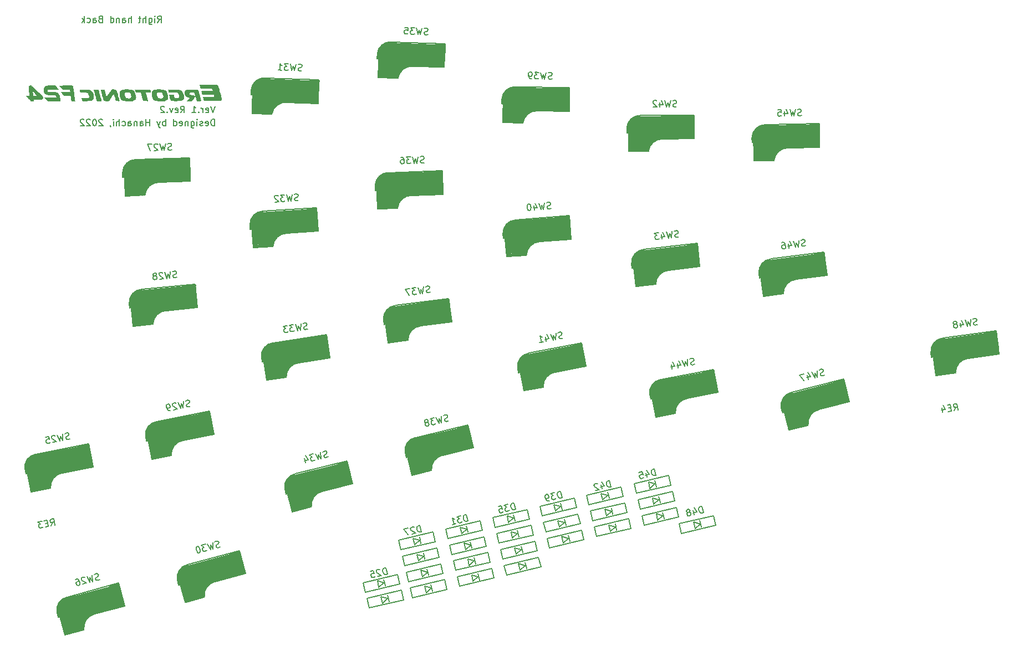
<source format=gbr>
%TF.GenerationSoftware,KiCad,Pcbnew,(6.0.5)*%
%TF.CreationDate,2022-07-12T17:30:17+09:00*%
%TF.ProjectId,ergotonic_f24-pcb-right,6572676f-746f-46e6-9963-5f6632342d70,rev?*%
%TF.SameCoordinates,Original*%
%TF.FileFunction,Legend,Bot*%
%TF.FilePolarity,Positive*%
%FSLAX46Y46*%
G04 Gerber Fmt 4.6, Leading zero omitted, Abs format (unit mm)*
G04 Created by KiCad (PCBNEW (6.0.5)) date 2022-07-12 17:30:17*
%MOMM*%
%LPD*%
G01*
G04 APERTURE LIST*
%ADD10C,0.150000*%
%ADD11C,0.400000*%
%ADD12C,0.800000*%
%ADD13C,0.500000*%
%ADD14C,0.300000*%
%ADD15C,1.000000*%
%ADD16C,3.000000*%
%ADD17C,3.500000*%
G04 APERTURE END LIST*
D10*
X84725341Y-80569771D02*
X84491895Y-79597401D01*
X84260379Y-79652983D01*
X84132585Y-79732636D01*
X84062211Y-79847475D01*
X84038141Y-79951198D01*
X84036303Y-80147528D01*
X84069653Y-80286438D01*
X84160422Y-80460535D01*
X84228958Y-80542025D01*
X84343798Y-80612399D01*
X84493824Y-80625353D01*
X84725341Y-80569771D01*
X83612132Y-79808613D02*
X83010189Y-79953127D01*
X83423244Y-80245739D01*
X83284334Y-80279088D01*
X83202843Y-80347624D01*
X83167657Y-80405044D01*
X83143586Y-80508767D01*
X83199168Y-80740284D01*
X83267705Y-80821774D01*
X83325124Y-80856961D01*
X83428847Y-80881031D01*
X83706667Y-80814333D01*
X83788158Y-80745796D01*
X83823344Y-80688377D01*
X82130425Y-80164340D02*
X82593459Y-80053175D01*
X82750927Y-80505092D01*
X82693507Y-80469905D01*
X82589784Y-80445835D01*
X82358267Y-80501417D01*
X82276777Y-80569953D01*
X82241590Y-80627373D01*
X82217519Y-80731096D01*
X82273102Y-80962613D01*
X82341638Y-81044103D01*
X82399058Y-81079290D01*
X82502781Y-81103360D01*
X82734297Y-81047778D01*
X82815788Y-80979242D01*
X82850975Y-80921822D01*
X38786713Y-21952380D02*
X38786713Y-20952380D01*
X38548618Y-20952380D01*
X38405760Y-21000000D01*
X38310522Y-21095238D01*
X38262903Y-21190476D01*
X38215284Y-21380952D01*
X38215284Y-21523809D01*
X38262903Y-21714285D01*
X38310522Y-21809523D01*
X38405760Y-21904761D01*
X38548618Y-21952380D01*
X38786713Y-21952380D01*
X37405760Y-21904761D02*
X37500998Y-21952380D01*
X37691475Y-21952380D01*
X37786713Y-21904761D01*
X37834332Y-21809523D01*
X37834332Y-21428571D01*
X37786713Y-21333333D01*
X37691475Y-21285714D01*
X37500998Y-21285714D01*
X37405760Y-21333333D01*
X37358141Y-21428571D01*
X37358141Y-21523809D01*
X37834332Y-21619047D01*
X36977189Y-21904761D02*
X36881951Y-21952380D01*
X36691475Y-21952380D01*
X36596237Y-21904761D01*
X36548618Y-21809523D01*
X36548618Y-21761904D01*
X36596237Y-21666666D01*
X36691475Y-21619047D01*
X36834332Y-21619047D01*
X36929570Y-21571428D01*
X36977189Y-21476190D01*
X36977189Y-21428571D01*
X36929570Y-21333333D01*
X36834332Y-21285714D01*
X36691475Y-21285714D01*
X36596237Y-21333333D01*
X36120046Y-21952380D02*
X36120046Y-21285714D01*
X36120046Y-20952380D02*
X36167665Y-21000000D01*
X36120046Y-21047619D01*
X36072427Y-21000000D01*
X36120046Y-20952380D01*
X36120046Y-21047619D01*
X35215284Y-21285714D02*
X35215284Y-22095238D01*
X35262903Y-22190476D01*
X35310522Y-22238095D01*
X35405760Y-22285714D01*
X35548618Y-22285714D01*
X35643856Y-22238095D01*
X35215284Y-21904761D02*
X35310522Y-21952380D01*
X35500998Y-21952380D01*
X35596237Y-21904761D01*
X35643856Y-21857142D01*
X35691475Y-21761904D01*
X35691475Y-21476190D01*
X35643856Y-21380952D01*
X35596237Y-21333333D01*
X35500998Y-21285714D01*
X35310522Y-21285714D01*
X35215284Y-21333333D01*
X34739094Y-21285714D02*
X34739094Y-21952380D01*
X34739094Y-21380952D02*
X34691475Y-21333333D01*
X34596237Y-21285714D01*
X34453379Y-21285714D01*
X34358141Y-21333333D01*
X34310522Y-21428571D01*
X34310522Y-21952380D01*
X33453379Y-21904761D02*
X33548618Y-21952380D01*
X33739094Y-21952380D01*
X33834332Y-21904761D01*
X33881951Y-21809523D01*
X33881951Y-21428571D01*
X33834332Y-21333333D01*
X33739094Y-21285714D01*
X33548618Y-21285714D01*
X33453379Y-21333333D01*
X33405760Y-21428571D01*
X33405760Y-21523809D01*
X33881951Y-21619047D01*
X32548618Y-21952380D02*
X32548618Y-20952380D01*
X32548618Y-21904761D02*
X32643856Y-21952380D01*
X32834332Y-21952380D01*
X32929570Y-21904761D01*
X32977189Y-21857142D01*
X33024808Y-21761904D01*
X33024808Y-21476190D01*
X32977189Y-21380952D01*
X32929570Y-21333333D01*
X32834332Y-21285714D01*
X32643856Y-21285714D01*
X32548618Y-21333333D01*
X31310522Y-21952380D02*
X31310522Y-20952380D01*
X31310522Y-21333333D02*
X31215284Y-21285714D01*
X31024808Y-21285714D01*
X30929570Y-21333333D01*
X30881951Y-21380952D01*
X30834332Y-21476190D01*
X30834332Y-21761904D01*
X30881951Y-21857142D01*
X30929570Y-21904761D01*
X31024808Y-21952380D01*
X31215284Y-21952380D01*
X31310522Y-21904761D01*
X30500998Y-21285714D02*
X30262903Y-21952380D01*
X30024808Y-21285714D02*
X30262903Y-21952380D01*
X30358141Y-22190476D01*
X30405760Y-22238095D01*
X30500998Y-22285714D01*
X28881951Y-21952380D02*
X28881951Y-20952380D01*
X28881951Y-21428571D02*
X28310522Y-21428571D01*
X28310522Y-21952380D02*
X28310522Y-20952380D01*
X27405760Y-21952380D02*
X27405760Y-21428571D01*
X27453379Y-21333333D01*
X27548618Y-21285714D01*
X27739094Y-21285714D01*
X27834332Y-21333333D01*
X27405760Y-21904761D02*
X27500998Y-21952380D01*
X27739094Y-21952380D01*
X27834332Y-21904761D01*
X27881951Y-21809523D01*
X27881951Y-21714285D01*
X27834332Y-21619047D01*
X27739094Y-21571428D01*
X27500998Y-21571428D01*
X27405760Y-21523809D01*
X26929570Y-21285714D02*
X26929570Y-21952380D01*
X26929570Y-21380952D02*
X26881951Y-21333333D01*
X26786713Y-21285714D01*
X26643856Y-21285714D01*
X26548618Y-21333333D01*
X26500998Y-21428571D01*
X26500998Y-21952380D01*
X25596237Y-21952380D02*
X25596237Y-21428571D01*
X25643856Y-21333333D01*
X25739094Y-21285714D01*
X25929570Y-21285714D01*
X26024808Y-21333333D01*
X25596237Y-21904761D02*
X25691475Y-21952380D01*
X25929570Y-21952380D01*
X26024808Y-21904761D01*
X26072427Y-21809523D01*
X26072427Y-21714285D01*
X26024808Y-21619047D01*
X25929570Y-21571428D01*
X25691475Y-21571428D01*
X25596237Y-21523809D01*
X24691475Y-21904761D02*
X24786713Y-21952380D01*
X24977189Y-21952380D01*
X25072427Y-21904761D01*
X25120046Y-21857142D01*
X25167665Y-21761904D01*
X25167665Y-21476190D01*
X25120046Y-21380952D01*
X25072427Y-21333333D01*
X24977189Y-21285714D01*
X24786713Y-21285714D01*
X24691475Y-21333333D01*
X24262903Y-21952380D02*
X24262903Y-20952380D01*
X23834332Y-21952380D02*
X23834332Y-21428571D01*
X23881951Y-21333333D01*
X23977189Y-21285714D01*
X24120046Y-21285714D01*
X24215284Y-21333333D01*
X24262903Y-21380952D01*
X23358141Y-21952380D02*
X23358141Y-21285714D01*
X23358141Y-20952380D02*
X23405760Y-21000000D01*
X23358141Y-21047619D01*
X23310522Y-21000000D01*
X23358141Y-20952380D01*
X23358141Y-21047619D01*
X22834332Y-21904761D02*
X22834332Y-21952380D01*
X22881951Y-22047619D01*
X22929570Y-22095238D01*
X21691475Y-21047619D02*
X21643856Y-21000000D01*
X21548618Y-20952380D01*
X21310522Y-20952380D01*
X21215284Y-21000000D01*
X21167665Y-21047619D01*
X21120046Y-21142857D01*
X21120046Y-21238095D01*
X21167665Y-21380952D01*
X21739094Y-21952380D01*
X21120046Y-21952380D01*
X20500998Y-20952380D02*
X20405760Y-20952380D01*
X20310522Y-21000000D01*
X20262903Y-21047619D01*
X20215284Y-21142857D01*
X20167665Y-21333333D01*
X20167665Y-21571428D01*
X20215284Y-21761904D01*
X20262903Y-21857142D01*
X20310522Y-21904761D01*
X20405760Y-21952380D01*
X20500998Y-21952380D01*
X20596237Y-21904761D01*
X20643856Y-21857142D01*
X20691475Y-21761904D01*
X20739094Y-21571428D01*
X20739094Y-21333333D01*
X20691475Y-21142857D01*
X20643856Y-21047619D01*
X20596237Y-21000000D01*
X20500998Y-20952380D01*
X19786713Y-21047619D02*
X19739094Y-21000000D01*
X19643856Y-20952380D01*
X19405760Y-20952380D01*
X19310522Y-21000000D01*
X19262903Y-21047619D01*
X19215284Y-21142857D01*
X19215284Y-21238095D01*
X19262903Y-21380952D01*
X19834332Y-21952380D01*
X19215284Y-21952380D01*
X18834332Y-21047619D02*
X18786713Y-21000000D01*
X18691475Y-20952380D01*
X18453379Y-20952380D01*
X18358141Y-21000000D01*
X18310522Y-21047619D01*
X18262903Y-21142857D01*
X18262903Y-21238095D01*
X18310522Y-21380952D01*
X18881951Y-21952380D01*
X18262903Y-21952380D01*
X106188341Y-75340412D02*
X105954895Y-74368042D01*
X105723379Y-74423624D01*
X105595585Y-74503277D01*
X105525211Y-74618116D01*
X105501141Y-74721839D01*
X105499303Y-74918169D01*
X105532653Y-75057079D01*
X105623422Y-75231176D01*
X105691958Y-75312666D01*
X105806798Y-75383040D01*
X105956824Y-75395994D01*
X106188341Y-75340412D01*
X104643611Y-75025659D02*
X104799241Y-75673905D01*
X104786196Y-74599650D02*
X105184459Y-75238617D01*
X104582516Y-75383131D01*
X103593425Y-74934981D02*
X104056459Y-74823816D01*
X104213927Y-75275733D01*
X104156507Y-75240546D01*
X104052784Y-75216476D01*
X103821267Y-75272058D01*
X103739777Y-75340594D01*
X103704590Y-75398014D01*
X103680519Y-75501737D01*
X103736102Y-75733254D01*
X103804638Y-75814744D01*
X103862058Y-75849931D01*
X103965781Y-75874001D01*
X104197297Y-75818419D01*
X104278788Y-75749883D01*
X104313975Y-75692463D01*
X65167341Y-90453412D02*
X64933895Y-89481042D01*
X64702379Y-89536624D01*
X64574585Y-89616277D01*
X64504211Y-89731116D01*
X64480141Y-89834839D01*
X64478303Y-90031169D01*
X64511653Y-90170079D01*
X64602422Y-90344176D01*
X64670958Y-90425666D01*
X64785798Y-90496040D01*
X64935824Y-90508994D01*
X65167341Y-90453412D01*
X64030062Y-89795977D02*
X63972642Y-89760791D01*
X63868919Y-89736720D01*
X63637402Y-89792302D01*
X63555912Y-89860839D01*
X63520725Y-89918258D01*
X63496655Y-90021981D01*
X63518887Y-90114588D01*
X63598540Y-90242382D01*
X64287577Y-90664624D01*
X63685634Y-90809138D01*
X62572425Y-90047981D02*
X63035459Y-89936816D01*
X63192927Y-90388733D01*
X63135507Y-90353546D01*
X63031784Y-90329476D01*
X62800267Y-90385058D01*
X62718777Y-90453594D01*
X62683590Y-90511014D01*
X62659519Y-90614737D01*
X62715102Y-90846254D01*
X62783638Y-90927744D01*
X62841058Y-90962931D01*
X62944781Y-90987001D01*
X63176297Y-90931419D01*
X63257788Y-90862883D01*
X63292975Y-90805463D01*
X91837341Y-78769412D02*
X91603895Y-77797042D01*
X91372379Y-77852624D01*
X91244585Y-77932277D01*
X91174211Y-78047116D01*
X91150141Y-78150839D01*
X91148303Y-78347169D01*
X91181653Y-78486079D01*
X91272422Y-78660176D01*
X91340958Y-78741666D01*
X91455798Y-78812040D01*
X91605824Y-78824994D01*
X91837341Y-78769412D01*
X90724132Y-78008254D02*
X90122189Y-78152768D01*
X90535244Y-78445380D01*
X90396334Y-78478729D01*
X90314843Y-78547265D01*
X90279657Y-78604685D01*
X90255586Y-78708408D01*
X90311168Y-78939925D01*
X90379705Y-79021415D01*
X90437124Y-79056602D01*
X90540847Y-79080672D01*
X90818667Y-79013974D01*
X90900158Y-78945437D01*
X90935344Y-78888018D01*
X89892601Y-79236302D02*
X89707387Y-79280768D01*
X89603664Y-79256698D01*
X89546245Y-79221511D01*
X89420289Y-79104834D01*
X89329519Y-78930737D01*
X89240588Y-78560310D01*
X89264658Y-78456587D01*
X89299845Y-78399167D01*
X89381335Y-78330631D01*
X89566549Y-78286165D01*
X89670272Y-78310236D01*
X89727692Y-78345423D01*
X89796228Y-78426913D01*
X89851810Y-78658430D01*
X89827740Y-78762153D01*
X89792553Y-78819573D01*
X89711063Y-78888109D01*
X89525849Y-78932575D01*
X89422126Y-78908504D01*
X89364706Y-78873317D01*
X89296170Y-78791827D01*
X70374341Y-83976412D02*
X70140895Y-83004042D01*
X69909379Y-83059624D01*
X69781585Y-83139277D01*
X69711211Y-83254116D01*
X69687141Y-83357839D01*
X69685303Y-83554169D01*
X69718653Y-83693079D01*
X69809422Y-83867176D01*
X69877958Y-83948666D01*
X69992798Y-84019040D01*
X70142824Y-84031994D01*
X70374341Y-83976412D01*
X69237062Y-83318977D02*
X69179642Y-83283791D01*
X69075919Y-83259720D01*
X68844402Y-83315302D01*
X68762912Y-83383839D01*
X68727725Y-83441258D01*
X68703655Y-83544981D01*
X68725887Y-83637588D01*
X68805540Y-83765382D01*
X69494577Y-84187624D01*
X68892634Y-84332138D01*
X68335065Y-83437583D02*
X67686819Y-83593213D01*
X68336994Y-84465535D01*
X77486341Y-82325412D02*
X77252895Y-81353042D01*
X77021379Y-81408624D01*
X76893585Y-81488277D01*
X76823211Y-81603116D01*
X76799141Y-81706839D01*
X76797303Y-81903169D01*
X76830653Y-82042079D01*
X76921422Y-82216176D01*
X76989958Y-82297666D01*
X77104798Y-82368040D01*
X77254824Y-82380994D01*
X77486341Y-82325412D01*
X76373132Y-81564254D02*
X75771189Y-81708768D01*
X76184244Y-82001380D01*
X76045334Y-82034729D01*
X75963843Y-82103265D01*
X75928657Y-82160685D01*
X75904586Y-82264408D01*
X75960168Y-82495925D01*
X76028705Y-82577415D01*
X76086124Y-82612602D01*
X76189847Y-82636672D01*
X76467667Y-82569974D01*
X76549158Y-82501437D01*
X76584344Y-82444018D01*
X75078568Y-82903467D02*
X75634207Y-82770070D01*
X75356387Y-82836768D02*
X75122942Y-81864398D01*
X75248898Y-81981075D01*
X75363738Y-82051449D01*
X75467461Y-82075520D01*
X38839094Y-18952380D02*
X38505760Y-19952380D01*
X38172427Y-18952380D01*
X37458141Y-19904761D02*
X37553379Y-19952380D01*
X37743856Y-19952380D01*
X37839094Y-19904761D01*
X37886713Y-19809523D01*
X37886713Y-19428571D01*
X37839094Y-19333333D01*
X37743856Y-19285714D01*
X37553379Y-19285714D01*
X37458141Y-19333333D01*
X37410522Y-19428571D01*
X37410522Y-19523809D01*
X37886713Y-19619047D01*
X36981951Y-19952380D02*
X36981951Y-19285714D01*
X36981951Y-19476190D02*
X36934332Y-19380952D01*
X36886713Y-19333333D01*
X36791475Y-19285714D01*
X36696237Y-19285714D01*
X36362903Y-19857142D02*
X36315284Y-19904761D01*
X36362903Y-19952380D01*
X36410522Y-19904761D01*
X36362903Y-19857142D01*
X36362903Y-19952380D01*
X35362903Y-19952380D02*
X35934332Y-19952380D01*
X35648618Y-19952380D02*
X35648618Y-18952380D01*
X35743856Y-19095238D01*
X35839094Y-19190476D01*
X35934332Y-19238095D01*
X33600998Y-19952380D02*
X33934332Y-19476190D01*
X34172427Y-19952380D02*
X34172427Y-18952380D01*
X33791475Y-18952380D01*
X33696237Y-19000000D01*
X33648618Y-19047619D01*
X33600998Y-19142857D01*
X33600998Y-19285714D01*
X33648618Y-19380952D01*
X33696237Y-19428571D01*
X33791475Y-19476190D01*
X34172427Y-19476190D01*
X32791475Y-19904761D02*
X32886713Y-19952380D01*
X33077189Y-19952380D01*
X33172427Y-19904761D01*
X33220046Y-19809523D01*
X33220046Y-19428571D01*
X33172427Y-19333333D01*
X33077189Y-19285714D01*
X32886713Y-19285714D01*
X32791475Y-19333333D01*
X32743856Y-19428571D01*
X32743856Y-19523809D01*
X33220046Y-19619047D01*
X32410522Y-19285714D02*
X32172427Y-19952380D01*
X31934332Y-19285714D01*
X31553379Y-19857142D02*
X31505760Y-19904761D01*
X31553379Y-19952380D01*
X31600998Y-19904761D01*
X31553379Y-19857142D01*
X31553379Y-19952380D01*
X31124808Y-19047619D02*
X31077189Y-19000000D01*
X30981951Y-18952380D01*
X30743856Y-18952380D01*
X30648618Y-19000000D01*
X30600998Y-19047619D01*
X30553379Y-19142857D01*
X30553379Y-19238095D01*
X30600998Y-19380952D01*
X31172427Y-19952380D01*
X30553379Y-19952380D01*
X99330341Y-77118412D02*
X99096895Y-76146042D01*
X98865379Y-76201624D01*
X98737585Y-76281277D01*
X98667211Y-76396116D01*
X98643141Y-76499839D01*
X98641303Y-76696169D01*
X98674653Y-76835079D01*
X98765422Y-77009176D01*
X98833958Y-77090666D01*
X98948798Y-77161040D01*
X99098824Y-77173994D01*
X99330341Y-77118412D01*
X97785611Y-76803659D02*
X97941241Y-77451905D01*
X97928196Y-76377650D02*
X98326459Y-77016617D01*
X97724516Y-77161131D01*
X97266995Y-76683306D02*
X97209575Y-76648119D01*
X97105852Y-76624049D01*
X96874335Y-76679631D01*
X96792845Y-76748167D01*
X96757658Y-76805587D01*
X96733588Y-76909310D01*
X96755821Y-77001917D01*
X96835473Y-77129711D01*
X97524511Y-77551953D01*
X96922568Y-77696467D01*
X30114190Y-6167380D02*
X30447523Y-5691190D01*
X30685619Y-6167380D02*
X30685619Y-5167380D01*
X30304666Y-5167380D01*
X30209428Y-5215000D01*
X30161809Y-5262619D01*
X30114190Y-5357857D01*
X30114190Y-5500714D01*
X30161809Y-5595952D01*
X30209428Y-5643571D01*
X30304666Y-5691190D01*
X30685619Y-5691190D01*
X29685619Y-6167380D02*
X29685619Y-5500714D01*
X29685619Y-5167380D02*
X29733238Y-5215000D01*
X29685619Y-5262619D01*
X29638000Y-5215000D01*
X29685619Y-5167380D01*
X29685619Y-5262619D01*
X28780857Y-5500714D02*
X28780857Y-6310238D01*
X28828476Y-6405476D01*
X28876095Y-6453095D01*
X28971333Y-6500714D01*
X29114190Y-6500714D01*
X29209428Y-6453095D01*
X28780857Y-6119761D02*
X28876095Y-6167380D01*
X29066571Y-6167380D01*
X29161809Y-6119761D01*
X29209428Y-6072142D01*
X29257047Y-5976904D01*
X29257047Y-5691190D01*
X29209428Y-5595952D01*
X29161809Y-5548333D01*
X29066571Y-5500714D01*
X28876095Y-5500714D01*
X28780857Y-5548333D01*
X28304666Y-6167380D02*
X28304666Y-5167380D01*
X27876095Y-6167380D02*
X27876095Y-5643571D01*
X27923714Y-5548333D01*
X28018952Y-5500714D01*
X28161809Y-5500714D01*
X28257047Y-5548333D01*
X28304666Y-5595952D01*
X27542761Y-5500714D02*
X27161809Y-5500714D01*
X27399904Y-5167380D02*
X27399904Y-6024523D01*
X27352285Y-6119761D01*
X27257047Y-6167380D01*
X27161809Y-6167380D01*
X26066571Y-6167380D02*
X26066571Y-5167380D01*
X25638000Y-6167380D02*
X25638000Y-5643571D01*
X25685619Y-5548333D01*
X25780857Y-5500714D01*
X25923714Y-5500714D01*
X26018952Y-5548333D01*
X26066571Y-5595952D01*
X24733238Y-6167380D02*
X24733238Y-5643571D01*
X24780857Y-5548333D01*
X24876095Y-5500714D01*
X25066571Y-5500714D01*
X25161809Y-5548333D01*
X24733238Y-6119761D02*
X24828476Y-6167380D01*
X25066571Y-6167380D01*
X25161809Y-6119761D01*
X25209428Y-6024523D01*
X25209428Y-5929285D01*
X25161809Y-5834047D01*
X25066571Y-5786428D01*
X24828476Y-5786428D01*
X24733238Y-5738809D01*
X24257047Y-5500714D02*
X24257047Y-6167380D01*
X24257047Y-5595952D02*
X24209428Y-5548333D01*
X24114190Y-5500714D01*
X23971333Y-5500714D01*
X23876095Y-5548333D01*
X23828476Y-5643571D01*
X23828476Y-6167380D01*
X22923714Y-6167380D02*
X22923714Y-5167380D01*
X22923714Y-6119761D02*
X23018952Y-6167380D01*
X23209428Y-6167380D01*
X23304666Y-6119761D01*
X23352285Y-6072142D01*
X23399904Y-5976904D01*
X23399904Y-5691190D01*
X23352285Y-5595952D01*
X23304666Y-5548333D01*
X23209428Y-5500714D01*
X23018952Y-5500714D01*
X22923714Y-5548333D01*
X21352285Y-5643571D02*
X21209428Y-5691190D01*
X21161809Y-5738809D01*
X21114190Y-5834047D01*
X21114190Y-5976904D01*
X21161809Y-6072142D01*
X21209428Y-6119761D01*
X21304666Y-6167380D01*
X21685619Y-6167380D01*
X21685619Y-5167380D01*
X21352285Y-5167380D01*
X21257047Y-5215000D01*
X21209428Y-5262619D01*
X21161809Y-5357857D01*
X21161809Y-5453095D01*
X21209428Y-5548333D01*
X21257047Y-5595952D01*
X21352285Y-5643571D01*
X21685619Y-5643571D01*
X20257047Y-6167380D02*
X20257047Y-5643571D01*
X20304666Y-5548333D01*
X20399904Y-5500714D01*
X20590380Y-5500714D01*
X20685619Y-5548333D01*
X20257047Y-6119761D02*
X20352285Y-6167380D01*
X20590380Y-6167380D01*
X20685619Y-6119761D01*
X20733238Y-6024523D01*
X20733238Y-5929285D01*
X20685619Y-5834047D01*
X20590380Y-5786428D01*
X20352285Y-5786428D01*
X20257047Y-5738809D01*
X19352285Y-6119761D02*
X19447523Y-6167380D01*
X19638000Y-6167380D01*
X19733238Y-6119761D01*
X19780857Y-6072142D01*
X19828476Y-5976904D01*
X19828476Y-5691190D01*
X19780857Y-5595952D01*
X19733238Y-5548333D01*
X19638000Y-5500714D01*
X19447523Y-5500714D01*
X19352285Y-5548333D01*
X18923714Y-6167380D02*
X18923714Y-5167380D01*
X18828476Y-5786428D02*
X18542761Y-6167380D01*
X18542761Y-5500714D02*
X18923714Y-5881666D01*
X113427341Y-81055412D02*
X113193895Y-80083042D01*
X112962379Y-80138624D01*
X112834585Y-80218277D01*
X112764211Y-80333116D01*
X112740141Y-80436839D01*
X112738303Y-80633169D01*
X112771653Y-80772079D01*
X112862422Y-80946176D01*
X112930958Y-81027666D01*
X113045798Y-81098040D01*
X113195824Y-81110994D01*
X113427341Y-81055412D01*
X111882611Y-80740659D02*
X112038241Y-81388905D01*
X112025196Y-80314650D02*
X112423459Y-80953617D01*
X111821516Y-81098131D01*
X111256597Y-80988895D02*
X111338087Y-80920359D01*
X111373274Y-80862939D01*
X111397344Y-80759216D01*
X111386228Y-80712913D01*
X111317692Y-80631423D01*
X111260272Y-80596236D01*
X111156549Y-80572165D01*
X110971335Y-80616631D01*
X110889845Y-80685167D01*
X110854658Y-80742587D01*
X110830588Y-80846310D01*
X110841704Y-80892614D01*
X110910241Y-80974104D01*
X110967660Y-81009291D01*
X111071383Y-81033361D01*
X111256597Y-80988895D01*
X111360320Y-81012966D01*
X111417740Y-81048153D01*
X111486276Y-81129643D01*
X111530742Y-81314856D01*
X111506671Y-81418579D01*
X111471484Y-81475999D01*
X111389994Y-81544535D01*
X111204781Y-81589001D01*
X111101058Y-81564931D01*
X111043638Y-81529744D01*
X110975102Y-81448254D01*
X110930636Y-81263040D01*
X110954706Y-81159317D01*
X110989893Y-81101897D01*
X111071383Y-81033361D01*
%TO.C,SW26*%
X21233667Y-91268392D02*
X21108162Y-91351603D01*
X20878299Y-91413668D01*
X20773940Y-91392522D01*
X20715554Y-91358962D01*
X20644756Y-91279429D01*
X20619930Y-91187484D01*
X20641076Y-91083126D01*
X20674636Y-91024740D01*
X20754169Y-90953941D01*
X20925647Y-90858316D01*
X21005179Y-90787518D01*
X21038739Y-90729132D01*
X21059885Y-90624774D01*
X21035059Y-90532828D01*
X20964261Y-90453296D01*
X20905875Y-90419736D01*
X20801517Y-90398589D01*
X20571653Y-90460654D01*
X20446148Y-90543866D01*
X20111926Y-90584784D02*
X20142735Y-91612276D01*
X19772649Y-90972338D01*
X19774953Y-91711580D01*
X19284417Y-90808218D01*
X18987434Y-90987055D02*
X18929048Y-90953495D01*
X18824690Y-90932348D01*
X18594826Y-90994413D01*
X18515293Y-91065212D01*
X18481734Y-91123598D01*
X18460587Y-91227956D01*
X18485413Y-91319902D01*
X18568625Y-91445407D01*
X19269253Y-91848123D01*
X18671608Y-92009492D01*
X17583426Y-91267499D02*
X17767317Y-91217847D01*
X17871675Y-91238994D01*
X17930061Y-91272554D01*
X18059246Y-91385646D01*
X18154870Y-91557124D01*
X18254174Y-91924905D01*
X18233028Y-92029264D01*
X18199468Y-92087650D01*
X18119935Y-92158448D01*
X17936044Y-92208100D01*
X17831686Y-92186954D01*
X17773300Y-92153394D01*
X17702502Y-92073861D01*
X17640437Y-91843998D01*
X17661583Y-91739639D01*
X17695143Y-91681254D01*
X17774675Y-91610455D01*
X17958566Y-91560803D01*
X18062925Y-91581950D01*
X18121311Y-91615509D01*
X18192109Y-91695042D01*
%TO.C,U2*%
%TO.C,SW33*%
X52998149Y-52991089D02*
X52863912Y-53059324D01*
X52628438Y-53094558D01*
X52527201Y-53061557D01*
X52473060Y-53021509D01*
X52411872Y-52934366D01*
X52397778Y-52840176D01*
X52430779Y-52738940D01*
X52470827Y-52684799D01*
X52557970Y-52623610D01*
X52739302Y-52548328D01*
X52826445Y-52487140D01*
X52866493Y-52432999D01*
X52899494Y-52331762D01*
X52885401Y-52237573D01*
X52824213Y-52150430D01*
X52770071Y-52110382D01*
X52668835Y-52077381D01*
X52433361Y-52112615D01*
X52299123Y-52180850D01*
X51962413Y-52183082D02*
X51874921Y-53207306D01*
X51580841Y-52529072D01*
X51498163Y-53263680D01*
X51114707Y-52309924D01*
X50832139Y-52352205D02*
X50219907Y-52443812D01*
X50605944Y-52771243D01*
X50464660Y-52792384D01*
X50377517Y-52853572D01*
X50337469Y-52907713D01*
X50304468Y-53008950D01*
X50339702Y-53244423D01*
X50400890Y-53331566D01*
X50455032Y-53371614D01*
X50556268Y-53404615D01*
X50838837Y-53362335D01*
X50925979Y-53301147D01*
X50966027Y-53247005D01*
X49890244Y-52493140D02*
X49278012Y-52584748D01*
X49664049Y-52912178D01*
X49522765Y-52933319D01*
X49435622Y-52994507D01*
X49395574Y-53048649D01*
X49362573Y-53149885D01*
X49397807Y-53385359D01*
X49458995Y-53472501D01*
X49513136Y-53512549D01*
X49614373Y-53545551D01*
X49896941Y-53503270D01*
X49984084Y-53442082D01*
X50024132Y-53387940D01*
%TO.C,SW36*%
X70815468Y-27592285D02*
X70674378Y-27644910D01*
X70436431Y-27653303D01*
X70339573Y-27609070D01*
X70290306Y-27563159D01*
X70239359Y-27469659D01*
X70236002Y-27374480D01*
X70280235Y-27277622D01*
X70326146Y-27228354D01*
X70419646Y-27177408D01*
X70608325Y-27123105D01*
X70701826Y-27072158D01*
X70747737Y-27022890D01*
X70791969Y-26926033D01*
X70788612Y-26830854D01*
X70737666Y-26737353D01*
X70688398Y-26691442D01*
X70591540Y-26647210D01*
X70353593Y-26655602D01*
X70212503Y-26708227D01*
X69877699Y-26672387D02*
X69675000Y-27680158D01*
X69459464Y-26973031D01*
X69294284Y-27693586D01*
X69021088Y-26702600D01*
X68735552Y-26712671D02*
X68116889Y-26734492D01*
X68463443Y-27103458D01*
X68320674Y-27108493D01*
X68227174Y-27159440D01*
X68181263Y-27208708D01*
X68137031Y-27305565D01*
X68145423Y-27543512D01*
X68196369Y-27637013D01*
X68245637Y-27682924D01*
X68342495Y-27727156D01*
X68628032Y-27717085D01*
X68721532Y-27666139D01*
X68767443Y-27616871D01*
X67260278Y-26764704D02*
X67450636Y-26757991D01*
X67547494Y-26802223D01*
X67596762Y-26848134D01*
X67696976Y-26987545D01*
X67751279Y-27176225D01*
X67764707Y-27556940D01*
X67720475Y-27653798D01*
X67674564Y-27703066D01*
X67581063Y-27754012D01*
X67390706Y-27760726D01*
X67293848Y-27716494D01*
X67244580Y-27670583D01*
X67193634Y-27577082D01*
X67185241Y-27339135D01*
X67229474Y-27242278D01*
X67275385Y-27193010D01*
X67368885Y-27142063D01*
X67559243Y-27135349D01*
X67656100Y-27179582D01*
X67705368Y-27225493D01*
X67756315Y-27318993D01*
%TO.C,SW47*%
X131919455Y-60035786D02*
X131792914Y-60117414D01*
X131562289Y-60176586D01*
X131458204Y-60154130D01*
X131400245Y-60119839D01*
X131330451Y-60039423D01*
X131306783Y-59947173D01*
X131329239Y-59843088D01*
X131363530Y-59785129D01*
X131443946Y-59715335D01*
X131616612Y-59621873D01*
X131697027Y-59552079D01*
X131731318Y-59494120D01*
X131753775Y-59390035D01*
X131730106Y-59297785D01*
X131660312Y-59217369D01*
X131602353Y-59183079D01*
X131498268Y-59160622D01*
X131267643Y-59219794D01*
X131141102Y-59301422D01*
X130806392Y-59338137D02*
X130824288Y-60365935D01*
X130462272Y-59721396D01*
X130455287Y-60460610D01*
X129976141Y-59551155D01*
X129274855Y-60075214D02*
X129440535Y-60720965D01*
X129410806Y-59647042D02*
X129818946Y-60279746D01*
X129219320Y-60433592D01*
X128776889Y-59858847D02*
X128131138Y-60024528D01*
X128794784Y-60886645D01*
%TO.C,SW38*%
X74537588Y-67013765D02*
X74409752Y-67093350D01*
X74178207Y-67148811D01*
X74074496Y-67124687D01*
X74017095Y-67089470D01*
X73948601Y-67007944D01*
X73926417Y-66915325D01*
X73950542Y-66811615D01*
X73985759Y-66754213D01*
X74067285Y-66685720D01*
X74241429Y-66595042D01*
X74322955Y-66526548D01*
X74358172Y-66469147D01*
X74382297Y-66365437D01*
X74360112Y-66272818D01*
X74291619Y-66191292D01*
X74234218Y-66156075D01*
X74130507Y-66131951D01*
X73898961Y-66187412D01*
X73771126Y-66266997D01*
X73435870Y-66298334D02*
X73437260Y-67326287D01*
X73085641Y-66676018D01*
X73066787Y-67415024D01*
X72602305Y-66497993D01*
X72324450Y-66564546D02*
X71722432Y-66708745D01*
X72135333Y-67001573D01*
X71996406Y-67034849D01*
X71914880Y-67103343D01*
X71879663Y-67160744D01*
X71855538Y-67264455D01*
X71910999Y-67496000D01*
X71979493Y-67577526D01*
X72036894Y-67612743D01*
X72140604Y-67636868D01*
X72418459Y-67570315D01*
X72499985Y-67501821D01*
X72535202Y-67444420D01*
X71266552Y-67258634D02*
X71348078Y-67190140D01*
X71383295Y-67132739D01*
X71407419Y-67029028D01*
X71396327Y-66982719D01*
X71327834Y-66901193D01*
X71270432Y-66865976D01*
X71166722Y-66841851D01*
X70981485Y-66886220D01*
X70899959Y-66954714D01*
X70864742Y-67012115D01*
X70840618Y-67115826D01*
X70851710Y-67162135D01*
X70920203Y-67243661D01*
X70977605Y-67278878D01*
X71081315Y-67303002D01*
X71266552Y-67258634D01*
X71370262Y-67282758D01*
X71427664Y-67317975D01*
X71496157Y-67399501D01*
X71540526Y-67584738D01*
X71516401Y-67688448D01*
X71481184Y-67745850D01*
X71399658Y-67814343D01*
X71214422Y-67858712D01*
X71110711Y-67834587D01*
X71053310Y-67799370D01*
X70984816Y-67717844D01*
X70940447Y-67532608D01*
X70964572Y-67428897D01*
X70999789Y-67371496D01*
X71081315Y-67303002D01*
%TO.C,SW37*%
X71706776Y-47377083D02*
X71571495Y-47443225D01*
X71335502Y-47474797D01*
X71234791Y-47440227D01*
X71181278Y-47399343D01*
X71121451Y-47311260D01*
X71108822Y-47216863D01*
X71143392Y-47116152D01*
X71184276Y-47062639D01*
X71272358Y-47002811D01*
X71454838Y-46930355D01*
X71542921Y-46870528D01*
X71583805Y-46817015D01*
X71618375Y-46716303D01*
X71605746Y-46621906D01*
X71545919Y-46533824D01*
X71492406Y-46492939D01*
X71391694Y-46458370D01*
X71155702Y-46489942D01*
X71020420Y-46556083D01*
X70683716Y-46553086D02*
X70580326Y-47575827D01*
X70296816Y-46893107D01*
X70202738Y-47626342D01*
X69834142Y-46666745D01*
X69550951Y-46704631D02*
X68937370Y-46786718D01*
X69318275Y-47120106D01*
X69176680Y-47139049D01*
X69088597Y-47198877D01*
X69047713Y-47252389D01*
X69013143Y-47353101D01*
X69044715Y-47589094D01*
X69104542Y-47677176D01*
X69158055Y-47718060D01*
X69258767Y-47752630D01*
X69541958Y-47714744D01*
X69630041Y-47654916D01*
X69670925Y-47601404D01*
X68606980Y-46830919D02*
X67946201Y-46919321D01*
X68503590Y-47853661D01*
%TO.C,SW44*%
X112113331Y-58386762D02*
X111981991Y-58460421D01*
X111748152Y-58505239D01*
X111645653Y-58476399D01*
X111589922Y-58438595D01*
X111525226Y-58354023D01*
X111507299Y-58260488D01*
X111536139Y-58157988D01*
X111573943Y-58102257D01*
X111658515Y-58037562D01*
X111836622Y-57954939D01*
X111921194Y-57890244D01*
X111958998Y-57834512D01*
X111987839Y-57732013D01*
X111969911Y-57638477D01*
X111905216Y-57553905D01*
X111849484Y-57516101D01*
X111746985Y-57487261D01*
X111513146Y-57532080D01*
X111381807Y-57605739D01*
X111045468Y-57621717D02*
X110999868Y-58648659D01*
X110678341Y-57982997D01*
X110625726Y-58720369D01*
X110203648Y-57783064D01*
X109471342Y-58262822D02*
X109596835Y-58917571D01*
X109633471Y-57843861D02*
X110001766Y-58500559D01*
X109393785Y-58617088D01*
X108535987Y-58442097D02*
X108661479Y-59096846D01*
X108698116Y-58023136D02*
X109066411Y-58679834D01*
X108458429Y-58796363D01*
%TO.C,RE3*%
X13834898Y-83110348D02*
X14070040Y-82578768D01*
X14395579Y-83000041D02*
X14202543Y-82018850D01*
X13828756Y-82092387D01*
X13744501Y-82157495D01*
X13706970Y-82213411D01*
X13678631Y-82316050D01*
X13706207Y-82456220D01*
X13771315Y-82540474D01*
X13827230Y-82578006D01*
X13929869Y-82606345D01*
X14303657Y-82532807D01*
X13313273Y-82679120D02*
X12986209Y-82743465D01*
X12947153Y-83284999D02*
X13414387Y-83193077D01*
X13221351Y-82211886D01*
X12754117Y-82303807D01*
X12427053Y-82368153D02*
X11819649Y-82487651D01*
X12220250Y-82797093D01*
X12080080Y-82824669D01*
X11995825Y-82889777D01*
X11958294Y-82945693D01*
X11929955Y-83048332D01*
X11975916Y-83281949D01*
X12041023Y-83366204D01*
X12096939Y-83403735D01*
X12199578Y-83432074D01*
X12479919Y-83376921D01*
X12564173Y-83311813D01*
X12601704Y-83255897D01*
%TO.C,SW30*%
X39622253Y-86301464D02*
X39496763Y-86384698D01*
X39266910Y-86446803D01*
X39162548Y-86425675D01*
X39104156Y-86392125D01*
X39033344Y-86312605D01*
X39008501Y-86220664D01*
X39029630Y-86116302D01*
X39063180Y-86057910D01*
X39142700Y-85987097D01*
X39314161Y-85891443D01*
X39393681Y-85820630D01*
X39427230Y-85762239D01*
X39448359Y-85657877D01*
X39423517Y-85565935D01*
X39352704Y-85486415D01*
X39294313Y-85452866D01*
X39189951Y-85431737D01*
X38960098Y-85493842D01*
X38834607Y-85577076D01*
X38500392Y-85618053D02*
X38531381Y-86645539D01*
X38161183Y-86005665D01*
X38163617Y-86744908D01*
X37672922Y-85841631D01*
X37397099Y-85916157D02*
X36799482Y-86077631D01*
X37220644Y-86358448D01*
X37082732Y-86395711D01*
X37003212Y-86466524D01*
X36969663Y-86524915D01*
X36948534Y-86629277D01*
X37010639Y-86859130D01*
X37081452Y-86938650D01*
X37139843Y-86972200D01*
X37244205Y-86993328D01*
X37520029Y-86918802D01*
X37599549Y-86847989D01*
X37633098Y-86789598D01*
X36201865Y-86239104D02*
X36109923Y-86263946D01*
X36030403Y-86334759D01*
X35996854Y-86393150D01*
X35975725Y-86497512D01*
X35979439Y-86693815D01*
X36041544Y-86923668D01*
X36137199Y-87095129D01*
X36208011Y-87174650D01*
X36266403Y-87208199D01*
X36370765Y-87229328D01*
X36462706Y-87204486D01*
X36542226Y-87133673D01*
X36575776Y-87075281D01*
X36596904Y-86970919D01*
X36593191Y-86774616D01*
X36531086Y-86544763D01*
X36435431Y-86373302D01*
X36364618Y-86293782D01*
X36306227Y-86260232D01*
X36201865Y-86239104D01*
%TO.C,SW45*%
X128416663Y-20362692D02*
X128274764Y-20413095D01*
X128036714Y-20417749D01*
X127940564Y-20372000D01*
X127892023Y-20325321D01*
X127842552Y-20231032D01*
X127840690Y-20135812D01*
X127886438Y-20039661D01*
X127933117Y-19991121D01*
X128027407Y-19941649D01*
X128216916Y-19890316D01*
X128311205Y-19840844D01*
X128357884Y-19792304D01*
X128403632Y-19696153D01*
X128401771Y-19600933D01*
X128352299Y-19506644D01*
X128303758Y-19459965D01*
X128207608Y-19414216D01*
X127969558Y-19418870D01*
X127827659Y-19469273D01*
X127493459Y-19428178D02*
X127274955Y-20432641D01*
X127070554Y-19722215D01*
X126894076Y-20440087D01*
X126636479Y-19444932D01*
X125833626Y-19794025D02*
X125846657Y-20460565D01*
X126064229Y-19408492D02*
X126316241Y-20117987D01*
X125697311Y-20130087D01*
X124827301Y-19480302D02*
X125303401Y-19470994D01*
X125360319Y-19946163D01*
X125311778Y-19899484D01*
X125215627Y-19853735D01*
X124977577Y-19858389D01*
X124883288Y-19907861D01*
X124836609Y-19956402D01*
X124790861Y-20052552D01*
X124795515Y-20290602D01*
X124844986Y-20384891D01*
X124893527Y-20431570D01*
X124989678Y-20477319D01*
X125227727Y-20472665D01*
X125322017Y-20423193D01*
X125368696Y-20374652D01*
%TO.C,SW40*%
X90168536Y-34587493D02*
X90029937Y-34646367D01*
X89792602Y-34665379D01*
X89693866Y-34625517D01*
X89642596Y-34581852D01*
X89587525Y-34490721D01*
X89579920Y-34395787D01*
X89619782Y-34297050D01*
X89663446Y-34245781D01*
X89754578Y-34190709D01*
X89940644Y-34128032D01*
X90031775Y-34072961D01*
X90075440Y-34021691D01*
X90115302Y-33922955D01*
X90107697Y-33828021D01*
X90052625Y-33736889D01*
X90001356Y-33693225D01*
X89902619Y-33653363D01*
X89665284Y-33672375D01*
X89526686Y-33731249D01*
X89190614Y-33710399D02*
X89033130Y-34726218D01*
X88786226Y-34029423D01*
X88653395Y-34756637D01*
X88336209Y-33778843D01*
X87555887Y-34175753D02*
X87609121Y-34840291D01*
X87762802Y-33777005D02*
X88057174Y-34469998D01*
X87440103Y-34519429D01*
X86817265Y-33900520D02*
X86722331Y-33908125D01*
X86631199Y-33963197D01*
X86587535Y-34014466D01*
X86547673Y-34113203D01*
X86515415Y-34306873D01*
X86534427Y-34544208D01*
X86597104Y-34730274D01*
X86652176Y-34821405D01*
X86703445Y-34865070D01*
X86802182Y-34904932D01*
X86897116Y-34897327D01*
X86988247Y-34842255D01*
X87031912Y-34790986D01*
X87071774Y-34692249D01*
X87104031Y-34498579D01*
X87085019Y-34261244D01*
X87022343Y-34075179D01*
X86967271Y-33984047D01*
X86916001Y-33940382D01*
X86817265Y-33900520D01*
%TO.C,SW42*%
X109347782Y-19024018D02*
X109205168Y-19072360D01*
X108967075Y-19073565D01*
X108871597Y-19026429D01*
X108823738Y-18979051D01*
X108775637Y-18884055D01*
X108775155Y-18788818D01*
X108822292Y-18693341D01*
X108869669Y-18645481D01*
X108964665Y-18597381D01*
X109154898Y-18548798D01*
X109249894Y-18500698D01*
X109297271Y-18452838D01*
X109344408Y-18357360D01*
X109343925Y-18262123D01*
X109295825Y-18167128D01*
X109247966Y-18119750D01*
X109152488Y-18072614D01*
X108914395Y-18073819D01*
X108771781Y-18122160D01*
X108438211Y-18076229D02*
X108205180Y-19077421D01*
X108011091Y-18364109D01*
X107824233Y-19079350D01*
X107581079Y-18080567D01*
X106773253Y-18417994D02*
X106776627Y-19084652D01*
X107009417Y-18035841D02*
X107251124Y-18748913D01*
X106632085Y-18752046D01*
X106295863Y-18182312D02*
X106248004Y-18134934D01*
X106152526Y-18087798D01*
X105914434Y-18089003D01*
X105819438Y-18137104D01*
X105772061Y-18184963D01*
X105724924Y-18280441D01*
X105725406Y-18375678D01*
X105773748Y-18518292D01*
X106348061Y-19086821D01*
X105729022Y-19089954D01*
%TO.C,SW34*%
X56112611Y-72535827D02*
X55985518Y-72616592D01*
X55754495Y-72674192D01*
X55650566Y-72651028D01*
X55592841Y-72616343D01*
X55523597Y-72535454D01*
X55500556Y-72443045D01*
X55523721Y-72339116D01*
X55558405Y-72281391D01*
X55639294Y-72212147D01*
X55812592Y-72119862D01*
X55893481Y-72050617D01*
X55928166Y-71992892D01*
X55951330Y-71888963D01*
X55928290Y-71796554D01*
X55859045Y-71715665D01*
X55801321Y-71680980D01*
X55697391Y-71657816D01*
X55466369Y-71715416D01*
X55339275Y-71796181D01*
X55004323Y-71830617D02*
X55015222Y-72858514D01*
X54657603Y-72211526D01*
X54645586Y-72950674D01*
X54172641Y-72037979D01*
X53895414Y-72107100D02*
X53294754Y-72256861D01*
X53710347Y-72545857D01*
X53571733Y-72580417D01*
X53490844Y-72649662D01*
X53456160Y-72707386D01*
X53432995Y-72811315D01*
X53490596Y-73042338D01*
X53559841Y-73123227D01*
X53617565Y-73157912D01*
X53721495Y-73181076D01*
X53998722Y-73111956D01*
X54079611Y-73042711D01*
X54114295Y-72984986D01*
X52543713Y-72787654D02*
X52704994Y-73434518D01*
X52682575Y-72360417D02*
X53086399Y-72995885D01*
X52485740Y-73145646D01*
%TO.C,SW28*%
X33038184Y-45092511D02*
X32900474Y-45153434D01*
X32663447Y-45175965D01*
X32564130Y-45137572D01*
X32512218Y-45094673D01*
X32455801Y-45004369D01*
X32446788Y-44909558D01*
X32485181Y-44810241D01*
X32528081Y-44758329D01*
X32618385Y-44701912D01*
X32803500Y-44636482D01*
X32893805Y-44580064D01*
X32936704Y-44528152D01*
X32975097Y-44428836D01*
X32966085Y-44334025D01*
X32909667Y-44243720D01*
X32857756Y-44200821D01*
X32758439Y-44162428D01*
X32521412Y-44184959D01*
X32383702Y-44245883D01*
X32047358Y-44230021D02*
X31904961Y-45248064D01*
X31647747Y-44555008D01*
X31525718Y-45284113D01*
X31194062Y-44311132D01*
X30871237Y-44437486D02*
X30819325Y-44394586D01*
X30720008Y-44356193D01*
X30482982Y-44378724D01*
X30392677Y-44435142D01*
X30349778Y-44487053D01*
X30311385Y-44586370D01*
X30320397Y-44681181D01*
X30381321Y-44818891D01*
X31004259Y-45333681D01*
X30387990Y-45392261D01*
X29765051Y-44877471D02*
X29855356Y-44821054D01*
X29898255Y-44769142D01*
X29936648Y-44669825D01*
X29932142Y-44622420D01*
X29875724Y-44532115D01*
X29823813Y-44489216D01*
X29724496Y-44450823D01*
X29534874Y-44468848D01*
X29444570Y-44525265D01*
X29401671Y-44577177D01*
X29363278Y-44676494D01*
X29367784Y-44723899D01*
X29424201Y-44814204D01*
X29476113Y-44857103D01*
X29575430Y-44895496D01*
X29765051Y-44877471D01*
X29864368Y-44915864D01*
X29916280Y-44958763D01*
X29972697Y-45049068D01*
X29990722Y-45238689D01*
X29952329Y-45338006D01*
X29909430Y-45389918D01*
X29819125Y-45446336D01*
X29629504Y-45464360D01*
X29530187Y-45425967D01*
X29478275Y-45383068D01*
X29421858Y-45292763D01*
X29403833Y-45103142D01*
X29442226Y-45003825D01*
X29485125Y-44951914D01*
X29575430Y-44895496D01*
%TO.C,SW32*%
X51591049Y-33332540D02*
X51451484Y-33389084D01*
X51213863Y-33404117D01*
X51115809Y-33362607D01*
X51065278Y-33318089D01*
X51011741Y-33226048D01*
X51005728Y-33131000D01*
X51047238Y-33032945D01*
X51091756Y-32982414D01*
X51183797Y-32928877D01*
X51370887Y-32869327D01*
X51462928Y-32815789D01*
X51507446Y-32765259D01*
X51548956Y-32667204D01*
X51542943Y-32572156D01*
X51489406Y-32480114D01*
X51438875Y-32435597D01*
X51340821Y-32394086D01*
X51103200Y-32409119D01*
X50963635Y-32465663D01*
X50627960Y-32439185D02*
X50453479Y-33452223D01*
X50218283Y-32751389D01*
X50073287Y-33476276D01*
X49772527Y-32493304D01*
X49487383Y-32511344D02*
X48869571Y-32550430D01*
X49226292Y-32909576D01*
X49083720Y-32918596D01*
X48991678Y-32972133D01*
X48947161Y-33022664D01*
X48905650Y-33120719D01*
X48920683Y-33358339D01*
X48974220Y-33450380D01*
X49024751Y-33494898D01*
X49122806Y-33536408D01*
X49407950Y-33518369D01*
X49499992Y-33464831D01*
X49544509Y-33414301D01*
X48495392Y-32669531D02*
X48444861Y-32625014D01*
X48346806Y-32583503D01*
X48109186Y-32598536D01*
X48017145Y-32652073D01*
X47972627Y-32702604D01*
X47931117Y-32800659D01*
X47937130Y-32895707D01*
X47993674Y-33035272D01*
X48600041Y-33569481D01*
X47982229Y-33608567D01*
%TO.C,SW41*%
X91971211Y-54375421D02*
X91839628Y-54448644D01*
X91605642Y-54492687D01*
X91503238Y-54463507D01*
X91447633Y-54425519D01*
X91383218Y-54340733D01*
X91365601Y-54247138D01*
X91394781Y-54144735D01*
X91432770Y-54089129D01*
X91517556Y-54024715D01*
X91695936Y-53942683D01*
X91780722Y-53878269D01*
X91818711Y-53822663D01*
X91847891Y-53720260D01*
X91830273Y-53626665D01*
X91765859Y-53541879D01*
X91710253Y-53503891D01*
X91607850Y-53474711D01*
X91373864Y-53518754D01*
X91242281Y-53591977D01*
X90905891Y-53606840D02*
X90856886Y-54633625D01*
X90537568Y-53966901D01*
X90482508Y-54704094D01*
X90063541Y-53765395D01*
X89329648Y-54242721D02*
X89452968Y-54897883D01*
X89493165Y-53824301D02*
X89859281Y-54482216D01*
X89250916Y-54596728D01*
X88423429Y-55091672D02*
X88984996Y-54985969D01*
X88704212Y-55038821D02*
X88519232Y-54056078D01*
X88639252Y-54178853D01*
X88750464Y-54254830D01*
X88852867Y-54284010D01*
%TO.C,SW29*%
X35108789Y-64797084D02*
X34977746Y-64871270D01*
X34744089Y-64917027D01*
X34641475Y-64888598D01*
X34585592Y-64851018D01*
X34520558Y-64766707D01*
X34502255Y-64673244D01*
X34530684Y-64570630D01*
X34568264Y-64514747D01*
X34652575Y-64449713D01*
X34830350Y-64366376D01*
X34914661Y-64301342D01*
X34952241Y-64245459D01*
X34980670Y-64142844D01*
X34962367Y-64049382D01*
X34897333Y-63965070D01*
X34841450Y-63927490D01*
X34738836Y-63899062D01*
X34505179Y-63944819D01*
X34374136Y-64019004D01*
X34037864Y-64036333D02*
X33996387Y-65063449D01*
X33672190Y-64399084D01*
X33622535Y-65136661D01*
X33196699Y-64201058D01*
X32887882Y-64358580D02*
X32831999Y-64321000D01*
X32729385Y-64292572D01*
X32495728Y-64338329D01*
X32411416Y-64403363D01*
X32373836Y-64459246D01*
X32345407Y-64561860D01*
X32363710Y-64655323D01*
X32437896Y-64786366D01*
X33108490Y-65237326D01*
X32500981Y-65356294D01*
X32033667Y-65447808D02*
X31846741Y-65484414D01*
X31744127Y-65455985D01*
X31688244Y-65418405D01*
X31567327Y-65296514D01*
X31483990Y-65118739D01*
X31410779Y-64744888D01*
X31439208Y-64642274D01*
X31476788Y-64586391D01*
X31561099Y-64521357D01*
X31748025Y-64484751D01*
X31850639Y-64513180D01*
X31906522Y-64550760D01*
X31971556Y-64635071D01*
X32017313Y-64868728D01*
X31988884Y-64971343D01*
X31951304Y-65027225D01*
X31866993Y-65092260D01*
X31680067Y-65128865D01*
X31577453Y-65100437D01*
X31521570Y-65062857D01*
X31456536Y-64978545D01*
%TO.C,SW31*%
X52107372Y-13515730D02*
X51962903Y-13558208D01*
X51724960Y-13549691D01*
X51631487Y-13498696D01*
X51585601Y-13449404D01*
X51541420Y-13352523D01*
X51544826Y-13257346D01*
X51595822Y-13163872D01*
X51645114Y-13117987D01*
X51741994Y-13073806D01*
X51934052Y-13033031D01*
X52030933Y-12988849D01*
X52080225Y-12942964D01*
X52131220Y-12849490D01*
X52134627Y-12754313D01*
X52090445Y-12657432D01*
X52044560Y-12608140D01*
X51951086Y-12557145D01*
X51713143Y-12548628D01*
X51568674Y-12591106D01*
X51237258Y-12531594D02*
X50963543Y-13522437D01*
X50798740Y-12801794D01*
X50582835Y-13508809D01*
X50380663Y-12500932D01*
X50095132Y-12490712D02*
X49476480Y-12468568D01*
X49795973Y-12861200D01*
X49653207Y-12856090D01*
X49556327Y-12900272D01*
X49507035Y-12946157D01*
X49456040Y-13039630D01*
X49447522Y-13277573D01*
X49491704Y-13374454D01*
X49537589Y-13423746D01*
X49631063Y-13474741D01*
X49916595Y-13484962D01*
X50013475Y-13440780D01*
X50062767Y-13394895D01*
X48488937Y-13433859D02*
X49060000Y-13454300D01*
X48774469Y-13444080D02*
X48810240Y-12444720D01*
X48900307Y-12590892D01*
X48992078Y-12689476D01*
X49085551Y-12740472D01*
%TO.C,SW43*%
X109673604Y-38909477D02*
X109537112Y-38973081D01*
X109300570Y-39000240D01*
X109200522Y-38963796D01*
X109147782Y-38921919D01*
X109089610Y-38832735D01*
X109078746Y-38738118D01*
X109115190Y-38638070D01*
X109157067Y-38585330D01*
X109246251Y-38527158D01*
X109430052Y-38458122D01*
X109519237Y-38399950D01*
X109561113Y-38347210D01*
X109597557Y-38247161D01*
X109586694Y-38152545D01*
X109528522Y-38063361D01*
X109475781Y-38021484D01*
X109375733Y-37985040D01*
X109139192Y-38012199D01*
X109002699Y-38075803D01*
X108666110Y-38066519D02*
X108543639Y-39087151D01*
X108272927Y-38399255D01*
X108165173Y-39130606D01*
X107814562Y-38164293D01*
X107048345Y-38587793D02*
X107124392Y-39250108D01*
X107241431Y-38182168D02*
X107559451Y-38864632D01*
X106944444Y-38935246D01*
X106584548Y-38305523D02*
X105969541Y-38376138D01*
X106344154Y-38716580D01*
X106202229Y-38732876D01*
X106113045Y-38791048D01*
X106071168Y-38843788D01*
X106034724Y-38943836D01*
X106061884Y-39180378D01*
X106120056Y-39269562D01*
X106172796Y-39311438D01*
X106272844Y-39347883D01*
X106556693Y-39315291D01*
X106645878Y-39257119D01*
X106687754Y-39204379D01*
%TO.C,SW48*%
X155287155Y-52323004D02*
X155152316Y-52390042D01*
X154916537Y-52423178D01*
X154815599Y-52389277D01*
X154761816Y-52348749D01*
X154701406Y-52261065D01*
X154688151Y-52166754D01*
X154722052Y-52065815D01*
X154762581Y-52012032D01*
X154850265Y-51951622D01*
X155032260Y-51877957D01*
X155119944Y-51817547D01*
X155160472Y-51763764D01*
X155194373Y-51662826D01*
X155181118Y-51568514D01*
X155120708Y-51480830D01*
X155066925Y-51440302D01*
X154965987Y-51406401D01*
X154730209Y-51439537D01*
X154595369Y-51506575D01*
X154258652Y-51505810D02*
X154162047Y-52529215D01*
X153874016Y-51848390D01*
X153784802Y-52582233D01*
X153409851Y-51625102D01*
X152654597Y-52067855D02*
X152747379Y-52728034D01*
X152837357Y-51657473D02*
X153172544Y-52331671D01*
X152559521Y-52417826D01*
X152007673Y-52254948D02*
X152095357Y-52194538D01*
X152135885Y-52140755D01*
X152169786Y-52039817D01*
X152163159Y-51992661D01*
X152102748Y-51904977D01*
X152048966Y-51864449D01*
X151948027Y-51830548D01*
X151759405Y-51857057D01*
X151671721Y-51917467D01*
X151631192Y-51971250D01*
X151597291Y-52072188D01*
X151603918Y-52119344D01*
X151664329Y-52207028D01*
X151718112Y-52247556D01*
X151819050Y-52281457D01*
X152007673Y-52254948D01*
X152108611Y-52288849D01*
X152162394Y-52329378D01*
X152222804Y-52417061D01*
X152249313Y-52605684D01*
X152215412Y-52706623D01*
X152174884Y-52760405D01*
X152087200Y-52820816D01*
X151898578Y-52847325D01*
X151797639Y-52813424D01*
X151743856Y-52772895D01*
X151683446Y-52685211D01*
X151656937Y-52496589D01*
X151690838Y-52395650D01*
X151731366Y-52341868D01*
X151819050Y-52281457D01*
%TO.C,SW35*%
X71361767Y-8007304D02*
X71217350Y-8049959D01*
X70979397Y-8041732D01*
X70885861Y-7990851D01*
X70839916Y-7941615D01*
X70795616Y-7844789D01*
X70798906Y-7749608D01*
X70849787Y-7656072D01*
X70899023Y-7610126D01*
X70995850Y-7565826D01*
X71187857Y-7524817D01*
X71284684Y-7480517D01*
X71333920Y-7434571D01*
X71384801Y-7341035D01*
X71388091Y-7245854D01*
X71343791Y-7149028D01*
X71297846Y-7099792D01*
X71204310Y-7048911D01*
X70966357Y-7040684D01*
X70821940Y-7083339D01*
X70490451Y-7024232D02*
X70217947Y-8015408D01*
X70052264Y-7294968D01*
X69837222Y-8002246D01*
X69633820Y-6994617D01*
X69348276Y-6984745D02*
X68729598Y-6963357D01*
X69049570Y-7355598D01*
X68906798Y-7350663D01*
X68809972Y-7394963D01*
X68760736Y-7440908D01*
X68709855Y-7534444D01*
X68701628Y-7772397D01*
X68745929Y-7869224D01*
X68791874Y-7918459D01*
X68885410Y-7969341D01*
X69170954Y-7979212D01*
X69267780Y-7934912D01*
X69317016Y-7888967D01*
X67825376Y-6932096D02*
X68301282Y-6948549D01*
X68332420Y-7426101D01*
X68286475Y-7376865D01*
X68192939Y-7325984D01*
X67954986Y-7317757D01*
X67858159Y-7362057D01*
X67808924Y-7408003D01*
X67758042Y-7501539D01*
X67749816Y-7739492D01*
X67794116Y-7836318D01*
X67840062Y-7885554D01*
X67933597Y-7936435D01*
X68171551Y-7944662D01*
X68268377Y-7900361D01*
X68317613Y-7854416D01*
%TO.C,SW46*%
X129035830Y-40271646D02*
X128900491Y-40337670D01*
X128664471Y-40369036D01*
X128563790Y-40334378D01*
X128510312Y-40293447D01*
X128450562Y-40205312D01*
X128438016Y-40110904D01*
X128472673Y-40010223D01*
X128513604Y-39956746D01*
X128601739Y-39896995D01*
X128784282Y-39824698D01*
X128872417Y-39764948D01*
X128913347Y-39711471D01*
X128948005Y-39610789D01*
X128935459Y-39516381D01*
X128875708Y-39428246D01*
X128822231Y-39387316D01*
X128721550Y-39352658D01*
X128485530Y-39384024D01*
X128350191Y-39450048D01*
X128013489Y-39446756D02*
X127909206Y-40469407D01*
X127626292Y-39786439D01*
X127531574Y-40519593D01*
X127163817Y-39559674D01*
X126405261Y-39996747D02*
X126493085Y-40657603D01*
X126591095Y-39587748D02*
X126921213Y-40264443D01*
X126307561Y-40345995D01*
X125417267Y-39791783D02*
X125606084Y-39766690D01*
X125706765Y-39801347D01*
X125760242Y-39842278D01*
X125873470Y-39971344D01*
X125945767Y-40153887D01*
X125995952Y-40531519D01*
X125961295Y-40632200D01*
X125920364Y-40685678D01*
X125832229Y-40745428D01*
X125643413Y-40770521D01*
X125542732Y-40735863D01*
X125489254Y-40694932D01*
X125429504Y-40606798D01*
X125398138Y-40370777D01*
X125432796Y-40270096D01*
X125473726Y-40216619D01*
X125561861Y-40156868D01*
X125750677Y-40131776D01*
X125851359Y-40166433D01*
X125904836Y-40207364D01*
X125964586Y-40295499D01*
%TO.C,RE4*%
X151729050Y-65490763D02*
X151992866Y-64972816D01*
X152294917Y-65411236D02*
X152155744Y-64420968D01*
X151778499Y-64473986D01*
X151690815Y-64534396D01*
X151650287Y-64588179D01*
X151616386Y-64689118D01*
X151636268Y-64830584D01*
X151696678Y-64918268D01*
X151750461Y-64958797D01*
X151851399Y-64992698D01*
X152228644Y-64939679D01*
X151231749Y-65031697D02*
X150901660Y-65078088D01*
X150833093Y-65616682D02*
X151304649Y-65550409D01*
X151165476Y-64560141D01*
X150693920Y-64626414D01*
X149891510Y-65075794D02*
X149984292Y-65735973D01*
X150074270Y-64665413D02*
X150409457Y-65339611D01*
X149796434Y-65425765D01*
%TO.C,SW27*%
X32241468Y-25595285D02*
X32100378Y-25647910D01*
X31862431Y-25656303D01*
X31765573Y-25612070D01*
X31716306Y-25566159D01*
X31665359Y-25472659D01*
X31662002Y-25377480D01*
X31706235Y-25280622D01*
X31752146Y-25231354D01*
X31845646Y-25180408D01*
X32034325Y-25126105D01*
X32127826Y-25075158D01*
X32173737Y-25025890D01*
X32217969Y-24929033D01*
X32214612Y-24833854D01*
X32163666Y-24740353D01*
X32114398Y-24694442D01*
X32017540Y-24650210D01*
X31779593Y-24658602D01*
X31638503Y-24711227D01*
X31303699Y-24675387D02*
X31101000Y-25683158D01*
X30885464Y-24976031D01*
X30720284Y-25696586D01*
X30447088Y-24705600D01*
X30117319Y-24812529D02*
X30068051Y-24766618D01*
X29971194Y-24722385D01*
X29733246Y-24730778D01*
X29639746Y-24781724D01*
X29593835Y-24830992D01*
X29549603Y-24927849D01*
X29552960Y-25023028D01*
X29605585Y-25164118D01*
X30196800Y-25715050D01*
X29578137Y-25736870D01*
X29209762Y-24749241D02*
X28543510Y-24772740D01*
X29007063Y-25757012D01*
%TO.C,SW25*%
X16668715Y-69767954D02*
X16537737Y-69842254D01*
X16304120Y-69888215D01*
X16201481Y-69859876D01*
X16145565Y-69822344D01*
X16080457Y-69738090D01*
X16062073Y-69644643D01*
X16090412Y-69542004D01*
X16127943Y-69486088D01*
X16212198Y-69420980D01*
X16389899Y-69337488D01*
X16474154Y-69272381D01*
X16511685Y-69216465D01*
X16540024Y-69113826D01*
X16521640Y-69020379D01*
X16456532Y-68936124D01*
X16400617Y-68898593D01*
X16297978Y-68870254D01*
X16064360Y-68916215D01*
X15933382Y-68990515D01*
X15597126Y-69008137D02*
X15556545Y-70035289D01*
X15231769Y-69371207D01*
X15182758Y-70108827D01*
X14756105Y-69173596D01*
X14447425Y-69331388D02*
X14391510Y-69293857D01*
X14288871Y-69265518D01*
X14055254Y-69311479D01*
X13970999Y-69376586D01*
X13933468Y-69432502D01*
X13905129Y-69535141D01*
X13923513Y-69628588D01*
X13997813Y-69759566D01*
X14668800Y-70209941D01*
X14061396Y-70329439D01*
X12980615Y-69522899D02*
X13447849Y-69430977D01*
X13586494Y-69889019D01*
X13530579Y-69851488D01*
X13427940Y-69823149D01*
X13194323Y-69869110D01*
X13110068Y-69934217D01*
X13072537Y-69990133D01*
X13044198Y-70092772D01*
X13090159Y-70326389D01*
X13155266Y-70410644D01*
X13211182Y-70448175D01*
X13313821Y-70476514D01*
X13547438Y-70430553D01*
X13631693Y-70365445D01*
X13669224Y-70309530D01*
%TO.C,SW39*%
X90337266Y-14777513D02*
X90193552Y-14822481D01*
X89955498Y-14818077D01*
X89861157Y-14768704D01*
X89814427Y-14720212D01*
X89768578Y-14624110D01*
X89770340Y-14528888D01*
X89819712Y-14434547D01*
X89868204Y-14387817D01*
X89964307Y-14341968D01*
X90155631Y-14297881D01*
X90251734Y-14252032D01*
X90300226Y-14205302D01*
X90349599Y-14110961D01*
X90351361Y-14015739D01*
X90305512Y-13919636D01*
X90258782Y-13871144D01*
X90164441Y-13821772D01*
X89926386Y-13817367D01*
X89782673Y-13862335D01*
X89450277Y-13808558D02*
X89193723Y-14803982D01*
X89016494Y-14086295D01*
X88812836Y-14796935D01*
X88593281Y-13792701D01*
X88307616Y-13787416D02*
X87688674Y-13775964D01*
X88014903Y-14163017D01*
X87872070Y-14160374D01*
X87775967Y-14206223D01*
X87727476Y-14252953D01*
X87678103Y-14347294D01*
X87673698Y-14585349D01*
X87719547Y-14681452D01*
X87766277Y-14729943D01*
X87860618Y-14779316D01*
X88146284Y-14784602D01*
X88242386Y-14738753D01*
X88290878Y-14692023D01*
X87194066Y-14766983D02*
X87003622Y-14763459D01*
X86909281Y-14714087D01*
X86862551Y-14665595D01*
X86769972Y-14521000D01*
X86725885Y-14329676D01*
X86732932Y-13948789D01*
X86782305Y-13854448D01*
X86830797Y-13807718D01*
X86926900Y-13761869D01*
X87117343Y-13765392D01*
X87211684Y-13814765D01*
X87258414Y-13863257D01*
X87304263Y-13959360D01*
X87299858Y-14197414D01*
X87250486Y-14291755D01*
X87201994Y-14338485D01*
X87105891Y-14384334D01*
X86915448Y-14380810D01*
X86821107Y-14331438D01*
X86774377Y-14282946D01*
X86728528Y-14186843D01*
D11*
%TO.C,SW26*%
X24085758Y-92079406D02*
X22878974Y-92405247D01*
D12*
X16117159Y-99202884D02*
X15647948Y-97465116D01*
D13*
X24858607Y-95133535D02*
X23590518Y-95424139D01*
D10*
X15909596Y-99776833D02*
X18834841Y-98986993D01*
D14*
X14995797Y-96967924D02*
X14826359Y-96340396D01*
D15*
X23852128Y-92556812D02*
X24503810Y-94970380D01*
D13*
X16050547Y-99531613D02*
X18415844Y-98892964D01*
D10*
X24836879Y-94362544D02*
X24250365Y-92190333D01*
X14729817Y-96366463D02*
X14925321Y-97090534D01*
X20482810Y-96573988D02*
X25116860Y-95322757D01*
X14925321Y-97090534D02*
X15118407Y-97038399D01*
X24178438Y-91847220D02*
X16261934Y-93984739D01*
D16*
X16295736Y-95529328D02*
X16879644Y-97691885D01*
D10*
X14749601Y-95480682D02*
X15909596Y-99776833D01*
D17*
X22909880Y-94054200D02*
X16441518Y-95800709D01*
D10*
X25116860Y-95322757D02*
X24178438Y-91847220D01*
D15*
X19992370Y-96292086D02*
G75*
G03*
X18342358Y-98683403I502906J-2111920D01*
G01*
D10*
X20482810Y-96573988D02*
G75*
G03*
X18832798Y-98965305I502907J-2111920D01*
G01*
X16261934Y-93984738D02*
G75*
G03*
X14729817Y-96366464I424803J-1956920D01*
G01*
D15*
%TO.C,SW33*%
X55451169Y-54571930D02*
X55821124Y-57044405D01*
D16*
X47603203Y-56656236D02*
X47934683Y-58871573D01*
D11*
X55738123Y-54124540D02*
X54501885Y-54309518D01*
D13*
X56154817Y-57247258D02*
X54861730Y-57390185D01*
D10*
X46072906Y-56430204D02*
X46731426Y-60831209D01*
D12*
X47003581Y-60284921D02*
X46737214Y-58504740D01*
D10*
X56389610Y-57464909D02*
X55856875Y-53904545D01*
X46062430Y-58049583D02*
X46260228Y-58019987D01*
D17*
X54343060Y-55951094D02*
X47716827Y-56942574D01*
D14*
X46146531Y-57935886D02*
X46050342Y-57293043D01*
D13*
X46899628Y-60603815D02*
X49322653Y-60241259D01*
D10*
X46731426Y-60831209D02*
X49728066Y-60382824D01*
X56221848Y-56478879D02*
X55888889Y-54253651D01*
X45951443Y-57307841D02*
X46062430Y-58049583D01*
X51642458Y-58175223D02*
X56389610Y-57464909D01*
X55856875Y-53904545D02*
X47747155Y-55117998D01*
X47747155Y-55117997D02*
G75*
G03*
X45951443Y-57307842I197065J-1992777D01*
G01*
X51642458Y-58175223D02*
G75*
G03*
X49728530Y-60361044I256835J-2155726D01*
G01*
D15*
X51187669Y-57838819D02*
G75*
G03*
X49273741Y-60024641I256836J-2155727D01*
G01*
D11*
%TO.C,SW36*%
X73409770Y-29028172D02*
X72160546Y-29072232D01*
D10*
X63352435Y-31834420D02*
X63552311Y-31827370D01*
D12*
X64034896Y-34161811D02*
X63971449Y-32362930D01*
D10*
X68882504Y-32589964D02*
X73679521Y-32420772D01*
D15*
X73074086Y-29440260D02*
X73162207Y-31938706D01*
D10*
X73679521Y-32420772D02*
X73552627Y-28823009D01*
D13*
X73470833Y-32177977D02*
X72169878Y-32173830D01*
D10*
X63325999Y-31084886D02*
X63352435Y-31834420D01*
X73552627Y-28823009D02*
X65357721Y-29112045D01*
X63545883Y-30226602D02*
X63702738Y-34673837D01*
X73624285Y-31422098D02*
X73544976Y-29173496D01*
X63702738Y-34673837D02*
X66730855Y-34567034D01*
D17*
X71817192Y-30685337D02*
X65121356Y-30921501D01*
D14*
X63448848Y-31730957D02*
X63425937Y-31081361D01*
D16*
X65040825Y-30624155D02*
X65119781Y-32862763D01*
D13*
X63895564Y-34466911D02*
X66344041Y-34380553D01*
D10*
X68882504Y-32589964D02*
G75*
G03*
X66733778Y-34545447I11528J-2170941D01*
G01*
D15*
X68468653Y-32204312D02*
G75*
G03*
X66319927Y-34159795I11528J-2170941D01*
G01*
D10*
X65357721Y-29112044D02*
G75*
G03*
X63325999Y-31084887I-29441J-2002281D01*
G01*
D14*
%TO.C,SW47*%
X125610457Y-65656483D02*
X125448918Y-65026876D01*
D10*
X125382969Y-64166265D02*
X126488887Y-68476654D01*
X131101987Y-65331529D02*
X135751394Y-64138629D01*
D16*
X126928371Y-64234336D02*
X127485058Y-66404060D01*
D12*
X126703646Y-67905358D02*
X126256309Y-66161831D01*
D10*
X125352055Y-65051728D02*
X125538446Y-65778198D01*
X126488887Y-68476654D02*
X129423826Y-67723635D01*
X135483501Y-63174973D02*
X134924329Y-60995563D01*
X125538446Y-65778198D02*
X125732171Y-65728494D01*
D13*
X126632908Y-68233224D02*
X129006043Y-67624348D01*
X135495539Y-63946176D02*
X134223898Y-64220822D01*
D11*
X134761130Y-60882577D02*
X133550346Y-61193228D01*
D10*
X134856719Y-60651573D02*
X126913981Y-62689444D01*
X135751394Y-64138629D02*
X134856719Y-60651573D01*
D17*
X133560529Y-62842438D02*
X127070731Y-64507528D01*
D15*
X134521519Y-61357009D02*
X135142821Y-63778576D01*
D10*
X126913981Y-62689445D02*
G75*
G03*
X125352056Y-65051729I400176J-1962102D01*
G01*
D15*
X130615128Y-65043486D02*
G75*
G03*
X128935197Y-67413881I476328J-2118073D01*
G01*
D10*
X131101987Y-65331529D02*
G75*
G03*
X129422056Y-67701923I476328J-2118072D01*
G01*
%TO.C,SW38*%
X78050770Y-70209771D02*
X77526664Y-68021664D01*
D13*
X78050424Y-70981069D02*
X76774537Y-71235261D01*
D10*
X68065199Y-72652980D02*
X68259698Y-72606393D01*
D17*
X76133385Y-69846404D02*
X69617689Y-71407077D01*
D10*
X67890497Y-71923611D02*
X68065199Y-72652980D01*
X73635195Y-72295698D02*
X78303156Y-71177605D01*
D12*
X69196094Y-74798575D02*
X68776809Y-73048090D01*
D16*
X69479734Y-71131635D02*
X70001511Y-73310017D01*
D11*
X77365299Y-67906072D02*
X76149684Y-68197242D01*
D10*
X67935624Y-71038759D02*
X68972190Y-75366348D01*
D15*
X77118102Y-68376597D02*
X77700442Y-70807827D01*
D14*
X68139155Y-72532437D02*
X67987746Y-71900317D01*
D10*
X78303156Y-71177605D02*
X77464586Y-67676633D01*
X77464586Y-67676633D02*
X69490150Y-69586710D01*
D13*
X69120101Y-75125263D02*
X71502707Y-74554569D01*
D10*
X68972190Y-75366348D02*
X71918841Y-74660552D01*
X73635195Y-72295697D02*
G75*
G03*
X71917420Y-74638814I442258J-2125449D01*
G01*
X69490150Y-69586710D02*
G75*
G03*
X67890497Y-71923612I368623J-1968276D01*
G01*
D15*
X73153023Y-71999877D02*
G75*
G03*
X71435249Y-74342991I442259J-2125447D01*
G01*
D16*
%TO.C,SW37*%
X66255552Y-50957988D02*
X66552581Y-53178208D01*
D12*
X65599639Y-54576922D02*
X65360955Y-52792818D01*
D10*
X64593870Y-51583858D02*
X64693322Y-52327235D01*
D13*
X65490744Y-54894163D02*
X67919109Y-54569287D01*
D10*
X64728950Y-50708214D02*
X65319031Y-55118917D01*
X74550969Y-48334832D02*
X66423380Y-49422172D01*
D17*
X73005549Y-50357621D02*
X66364714Y-51246057D01*
D10*
X75028338Y-51903042D02*
X74550969Y-48334832D01*
D11*
X74428814Y-48552956D02*
X73189853Y-48718709D01*
D10*
X74875912Y-50914524D02*
X74577557Y-48684393D01*
D14*
X64779178Y-52214858D02*
X64692987Y-51570598D01*
D10*
X70270725Y-52539533D02*
X75028338Y-51903042D01*
D15*
X74134946Y-48995835D02*
X74466452Y-51473758D01*
D13*
X74796953Y-51681770D02*
X73501803Y-51804594D01*
D10*
X64693322Y-52327235D02*
X64891556Y-52300715D01*
X65319031Y-55118917D02*
X68322274Y-54717132D01*
D15*
X69821216Y-52196107D02*
G75*
G03*
X67873567Y-54351936I223320J-2159455D01*
G01*
D10*
X66423380Y-49422172D02*
G75*
G03*
X64593870Y-51583859I166087J-1995597D01*
G01*
X70270725Y-52539534D02*
G75*
G03*
X68323076Y-54695362I223320J-2159455D01*
G01*
D15*
%TO.C,SW44*%
X114628850Y-59866129D02*
X115099447Y-62321437D01*
D10*
X105334280Y-62105762D02*
X106171941Y-66476211D01*
D17*
X113577976Y-61289387D02*
X106997750Y-62550585D01*
D13*
X106330718Y-66242138D02*
X108736920Y-65780954D01*
D10*
X106171941Y-66476211D02*
X109147775Y-65905848D01*
X105389930Y-63724219D02*
X105586355Y-63686571D01*
X115684627Y-62718380D02*
X115006969Y-59182736D01*
D16*
X106872530Y-62269124D02*
X107294184Y-64469081D01*
D10*
X105248751Y-62987626D02*
X105389930Y-63724219D01*
X115476746Y-61740021D02*
X115053210Y-59530244D01*
X110970435Y-63621924D02*
X115684627Y-62718380D01*
D13*
X115441143Y-62510497D02*
X114154971Y-62706100D01*
D12*
X106421565Y-65919265D02*
X106082736Y-64151444D01*
D11*
X114897298Y-59407396D02*
X113669644Y-59642694D01*
D14*
X105469319Y-63607182D02*
X105346964Y-62968802D01*
D10*
X115006969Y-59182736D02*
X106953556Y-60726291D01*
X106953556Y-60726292D02*
G75*
G03*
X105248752Y-62987627I278263J-1983067D01*
G01*
D15*
X110502291Y-63304370D02*
G75*
G03*
X108679204Y-65566514I344638J-2143443D01*
G01*
D10*
X110970435Y-63621924D02*
G75*
G03*
X109147349Y-65884068I344639J-2143443D01*
G01*
D13*
%TO.C,SW30*%
X43247868Y-90165975D02*
X41979830Y-90456800D01*
X34440576Y-94565590D02*
X36805761Y-93926528D01*
D10*
X42567125Y-86879779D02*
X34650995Y-89018679D01*
D17*
X41298953Y-89086980D02*
X34830896Y-90834618D01*
D14*
X33385378Y-92002085D02*
X33215831Y-91374587D01*
D10*
X43226006Y-89394988D02*
X42639112Y-87222879D01*
X33119293Y-91400671D02*
X33314924Y-92124707D01*
X33138923Y-90514886D02*
X34299668Y-94810835D01*
D16*
X34685067Y-90563263D02*
X35269352Y-92725718D01*
D12*
X34507131Y-94236849D02*
X34037616Y-92499163D01*
D10*
X33314924Y-92124707D02*
X33508001Y-92072539D01*
D15*
X42240939Y-87589428D02*
X42893043Y-90002882D01*
D10*
X43506155Y-90355152D02*
X42567125Y-86879779D01*
X34299668Y-94810835D02*
X37224774Y-94020485D01*
X38872323Y-91607192D02*
X43506155Y-90355152D01*
D11*
X42474486Y-87111981D02*
X41267759Y-87438033D01*
D15*
X38381834Y-91325375D02*
G75*
G03*
X36732239Y-93716981I503275J-2111833D01*
G01*
D10*
X34650995Y-89018679D02*
G75*
G03*
X33119294Y-91400672I425144J-1956846D01*
G01*
X38872323Y-91607191D02*
G75*
G03*
X37222728Y-93998797I503275J-2111833D01*
G01*
%TO.C,SW45*%
X120873259Y-23737222D02*
X120887919Y-24487079D01*
X131164977Y-24236151D02*
X131120998Y-21986581D01*
D13*
X121389631Y-27127776D02*
X123839163Y-27079888D01*
D10*
X131204520Y-25235569D02*
X131134153Y-21636257D01*
D16*
X122595110Y-23303483D02*
X122638894Y-25543055D01*
D10*
X126405437Y-25329392D02*
X131204520Y-25235569D01*
D15*
X130645976Y-22245915D02*
X130694842Y-24745438D01*
D10*
X121106597Y-22882498D02*
X121193578Y-27331648D01*
X120887919Y-24487079D02*
X121087881Y-24483169D01*
D11*
X130988091Y-21839150D02*
X129738330Y-21863583D01*
D10*
X131134153Y-21636257D02*
X122935718Y-21796537D01*
X121193578Y-27331648D02*
X124222999Y-27272422D01*
D12*
X121533738Y-26824902D02*
X121498555Y-25025247D01*
D14*
X120985945Y-24385143D02*
X120973240Y-23735267D01*
D13*
X130999672Y-24989526D02*
X129698943Y-24964946D01*
D17*
X129369680Y-23471096D02*
X122670960Y-23602057D01*
D10*
X122935718Y-21796537D02*
G75*
G03*
X120873259Y-23737223I-60888J-2001571D01*
G01*
X126405437Y-25329392D02*
G75*
G03*
X124226261Y-27250883I-22573J-2170855D01*
G01*
D15*
X125997695Y-24937287D02*
G75*
G03*
X123818519Y-26858778I-22573J-2170855D01*
G01*
%TO.C,SW40*%
X92507441Y-36332740D02*
X92707068Y-38824757D01*
D12*
X83688162Y-41453319D02*
X83544431Y-39659068D01*
D10*
X83023869Y-37543880D02*
X83379205Y-41979671D01*
D16*
X84535076Y-37874264D02*
X84713942Y-40107111D01*
D13*
X83562597Y-41764339D02*
X86004773Y-41568704D01*
X93026073Y-39050004D02*
X91726232Y-39103970D01*
D10*
X93145610Y-38288025D02*
X92965945Y-36045210D01*
D14*
X82994124Y-39051068D02*
X82942221Y-38403144D01*
D10*
X82842540Y-38411129D02*
X82902428Y-39158734D01*
X83379205Y-41979671D02*
X86399530Y-41737722D01*
D17*
X91307413Y-37632715D02*
X84628807Y-38167716D01*
D10*
X93245397Y-39283235D02*
X92957934Y-35694731D01*
D11*
X92824383Y-35906070D02*
X91578374Y-36005883D01*
D10*
X82902428Y-39158734D02*
X83101790Y-39142764D01*
X92957934Y-35694731D02*
X84784117Y-36349509D01*
X88460724Y-39666520D02*
X93245397Y-39283235D01*
D15*
X88030061Y-39299739D02*
G75*
G03*
X85970823Y-41349243I108483J-2168259D01*
G01*
D10*
X88460724Y-39666521D02*
G75*
G03*
X86401486Y-41716026I108483J-2168259D01*
G01*
X84784117Y-36349508D02*
G75*
G03*
X82842540Y-38411130I60021J-2001598D01*
G01*
%TO.C,SW42*%
X112039698Y-22936882D02*
X112028310Y-20686911D01*
D14*
X101859575Y-22938408D02*
X101856286Y-22288417D01*
D16*
X103484240Y-21880172D02*
X103495578Y-24120143D01*
D13*
X111863497Y-23687784D02*
X110563260Y-23644364D01*
X102223490Y-25686601D02*
X104673459Y-25674201D01*
D10*
X107264821Y-23961063D02*
X112064759Y-23936768D01*
D11*
X111897552Y-20537571D02*
X110647568Y-20543898D01*
D10*
X101756287Y-22288923D02*
X101760083Y-23038913D01*
D15*
X111549581Y-20939337D02*
X111562235Y-23439305D01*
D10*
X101760083Y-23038913D02*
X101960080Y-23037901D01*
X102001981Y-21437668D02*
X102024505Y-25887611D01*
D12*
X102371970Y-25385846D02*
X102362859Y-23585870D01*
D10*
X102024505Y-25887611D02*
X105054466Y-25872275D01*
D17*
X110255672Y-22145902D02*
X103555758Y-22179813D01*
D10*
X112046538Y-20336814D02*
X103846642Y-20378318D01*
X112064759Y-23936768D02*
X112046538Y-20336814D01*
X107264821Y-23961063D02*
G75*
G03*
X105058039Y-25850786I-54017J-2170300D01*
G01*
X103846642Y-20378318D02*
G75*
G03*
X101756287Y-22288924I-89876J-2000479D01*
G01*
D15*
X106862801Y-23563093D02*
G75*
G03*
X104656020Y-25452815I-54016J-2170300D01*
G01*
D10*
%TO.C,SW34*%
X59916536Y-76664656D02*
X59045617Y-73171592D01*
D13*
X59661996Y-76470467D02*
X58388515Y-76736451D01*
D15*
X58705622Y-73874730D02*
X59310427Y-76300470D01*
D17*
X57734544Y-75353584D02*
X51233562Y-76974460D01*
D16*
X51093065Y-76700306D02*
X51634970Y-78873769D01*
D11*
X58948457Y-73401939D02*
X57735587Y-73704342D01*
D12*
X50843358Y-80369713D02*
X50407898Y-78623182D01*
D14*
X49765501Y-78113449D02*
X49608252Y-77482757D01*
D10*
X55259116Y-77825882D02*
X59916536Y-76664656D01*
X49548163Y-76621717D02*
X50624715Y-80939533D01*
X59045617Y-73171592D02*
X51089191Y-75155352D01*
X49511222Y-77506949D02*
X49692664Y-78234671D01*
X49692664Y-78234671D02*
X49886723Y-78186287D01*
D13*
X50770390Y-80697090D02*
X53147614Y-80104381D01*
D10*
X50624715Y-80939533D02*
X53564711Y-80206510D01*
X59655208Y-75699199D02*
X59110883Y-73516034D01*
D15*
X54774229Y-77534532D02*
G75*
G03*
X53078202Y-79893437I461900J-2121266D01*
G01*
D10*
X51089191Y-75155353D02*
G75*
G03*
X49511223Y-77506950I386811J-1964780D01*
G01*
X55259116Y-77825882D02*
G75*
G03*
X53563089Y-80184786I461900J-2121266D01*
G01*
%TO.C,SW28*%
X36069827Y-48748472D02*
X35856910Y-46508569D01*
D17*
X34222111Y-48120503D02*
X27552177Y-48754521D01*
D13*
X26539438Y-52366565D02*
X28978444Y-52134722D01*
D16*
X27454102Y-48462491D02*
X27666072Y-50692439D01*
D10*
X36184367Y-49742092D02*
X35843700Y-46158247D01*
D13*
X35961607Y-49512140D02*
X34662709Y-49585383D01*
D10*
X35843700Y-46158247D02*
X27680496Y-46934210D01*
X25938160Y-48154562D02*
X26359262Y-52584593D01*
D11*
X35713299Y-46371544D02*
X34468908Y-46489831D01*
D10*
X31405906Y-50196314D02*
X36184367Y-49742092D01*
X26359262Y-52584593D02*
X29375665Y-52297866D01*
X25840689Y-49771040D02*
X26039792Y-49752114D01*
X25769717Y-49024405D02*
X25840689Y-49771040D01*
D14*
X25930777Y-49662026D02*
X25869268Y-49014943D01*
D12*
X26660376Y-52053717D02*
X26490043Y-50261795D01*
D15*
X35402722Y-46802869D02*
X35639295Y-49291651D01*
D10*
X31405906Y-50196314D02*
G75*
G03*
X29377298Y-52276143I140637J-2166412D01*
G01*
D15*
X30969849Y-49835961D02*
G75*
G03*
X28941241Y-51915789I140637J-2166412D01*
G01*
D10*
X27680496Y-46934209D02*
G75*
G03*
X25769717Y-49024406I89706J-2000486D01*
G01*
D12*
%TO.C,SW32*%
X44996553Y-40088829D02*
X44882903Y-38292421D01*
D11*
X54224431Y-34695429D02*
X52976925Y-34774353D01*
D10*
X54361504Y-34486358D02*
X46177864Y-35004097D01*
X44249373Y-37781401D02*
X44448974Y-37768773D01*
D16*
X45903312Y-36524465D02*
X46044743Y-38759996D01*
D14*
X44342860Y-37675286D02*
X44301820Y-37026583D01*
D10*
X44678820Y-40609930D02*
X47702775Y-40418619D01*
X44202019Y-37032897D02*
X44249373Y-37781401D01*
X54588804Y-38079175D02*
X54361504Y-34486358D01*
X49798381Y-38382241D02*
X54588804Y-38079175D01*
X44397852Y-36168808D02*
X44678820Y-40609930D01*
D13*
X44865794Y-40397701D02*
X47310905Y-40243011D01*
X54373419Y-37842301D02*
X53072855Y-37874482D01*
D17*
X52678746Y-36396416D02*
X45992114Y-36819447D01*
D10*
X54505705Y-37082433D02*
X54363643Y-34836922D01*
D15*
X53900385Y-35116730D02*
X54058232Y-37611742D01*
X49373924Y-38008295D02*
G75*
G03*
X47280636Y-40023012I72140J-2169773D01*
G01*
D10*
X49798381Y-38382243D02*
G75*
G03*
X47705094Y-40396958I72140J-2169772D01*
G01*
X46177864Y-35004096D02*
G75*
G03*
X44202019Y-37032898I26477J-2002322D01*
G01*
%TO.C,SW41*%
X86003028Y-62445124D02*
X88980737Y-61884633D01*
X90810961Y-59606766D02*
X95528124Y-58718859D01*
X85091412Y-58953497D02*
X85230148Y-59690554D01*
D16*
X86717564Y-58240384D02*
X87131921Y-60441726D01*
D10*
X94862194Y-55180987D02*
X86803707Y-56697828D01*
D14*
X85309924Y-59573782D02*
X85189687Y-58934999D01*
D17*
X93426223Y-57282888D02*
X86841850Y-58522258D01*
D10*
X95528124Y-58718859D02*
X94862194Y-55180987D01*
X95323488Y-57739816D02*
X94907282Y-55528646D01*
X85179864Y-58071921D02*
X86003028Y-62445124D01*
D15*
X94481811Y-55863123D02*
X94944262Y-58319978D01*
D12*
X86254498Y-61889010D02*
X85921533Y-60120075D01*
D13*
X86162580Y-62211579D02*
X88570299Y-61758377D01*
X95285330Y-58510170D02*
X93998516Y-58701507D01*
D10*
X85230148Y-59690554D02*
X85426696Y-59653558D01*
D11*
X94751779Y-55405283D02*
X93523351Y-55636508D01*
D10*
X86803707Y-56697827D02*
G75*
G03*
X85091413Y-58953498I271687J-1983981D01*
G01*
X90810961Y-59606766D02*
G75*
G03*
X88980384Y-61862851I337529J-2144573D01*
G01*
D15*
X90343872Y-59287661D02*
G75*
G03*
X88513294Y-61543747I337529J-2144574D01*
G01*
D17*
%TO.C,SW29*%
X36585074Y-67693806D02*
X30009964Y-68981409D01*
D10*
X28406868Y-70161487D02*
X28603140Y-70123051D01*
X38005599Y-65581436D02*
X29958448Y-67157307D01*
D16*
X29883615Y-68700453D02*
X30314096Y-70898699D01*
D13*
X29357756Y-72675610D02*
X31762087Y-72204771D01*
D10*
X38485638Y-68136815D02*
X38053235Y-65928755D01*
D14*
X28485786Y-70044133D02*
X28360870Y-69406250D01*
D10*
X28344721Y-68543267D02*
X29199920Y-72910318D01*
D12*
X29447306Y-72352375D02*
X29101383Y-70585929D01*
D10*
X38697445Y-69114331D02*
X38005599Y-65581436D01*
D13*
X38453128Y-68907427D02*
X37167751Y-69108192D01*
D10*
X28262734Y-69425467D02*
X28406868Y-70161487D01*
D15*
X37630227Y-66266341D02*
X38110675Y-68719741D01*
D10*
X29199920Y-72910318D02*
X32173440Y-72328014D01*
X33986918Y-70036792D02*
X38697445Y-69114331D01*
D11*
X37896831Y-65806535D02*
X36670131Y-66046759D01*
D15*
X33517502Y-69721121D02*
G75*
G03*
X31703511Y-71990564I353240J-2142041D01*
G01*
D10*
X33986918Y-70036793D02*
G75*
G03*
X32172927Y-72306236I353240J-2142041D01*
G01*
X29958448Y-67157307D02*
G75*
G03*
X28262734Y-69425468I286222J-1981936D01*
G01*
D13*
%TO.C,SW31*%
X44716991Y-19881877D02*
X47165423Y-19969517D01*
D10*
X44509965Y-20074594D02*
X47538026Y-20182982D01*
D13*
X54430570Y-18278321D02*
X53133190Y-18181850D01*
D15*
X54229134Y-15519349D02*
X54139705Y-18017749D01*
D10*
X44388903Y-16467956D02*
X44362074Y-17217475D01*
X54621499Y-18535315D02*
X54750277Y-14937619D01*
X54750277Y-14937619D02*
X46555524Y-14644292D01*
X54637283Y-17535240D02*
X54717769Y-15286680D01*
D11*
X54593218Y-15132125D02*
X53344018Y-15087411D01*
D12*
X44877627Y-19587434D02*
X44942016Y-17788587D01*
D10*
X44362074Y-17217475D02*
X44561946Y-17224630D01*
X49824571Y-18363611D02*
X54621499Y-18535315D01*
D17*
X52887040Y-16672078D02*
X46191328Y-16432408D01*
D16*
X46132104Y-16130096D02*
X46051976Y-18368663D01*
D10*
X44669149Y-15627442D02*
X44509965Y-20074594D01*
D14*
X44465587Y-17121117D02*
X44488839Y-16471533D01*
D15*
X49439136Y-17949559D02*
G75*
G03*
X47157038Y-19747604I-142584J-2166285D01*
G01*
D10*
X49824571Y-18363611D02*
G75*
G03*
X47542473Y-20161657I-142584J-2166285D01*
G01*
X46555524Y-14644292D02*
G75*
G03*
X44388903Y-16467957I-171479J-1995141D01*
G01*
%TO.C,SW43*%
X112776129Y-42505482D02*
X112519471Y-40270168D01*
X108141400Y-44044210D02*
X112910069Y-43496673D01*
D14*
X102656874Y-43617043D02*
X102582728Y-42971286D01*
D10*
X112910069Y-43496673D02*
X112499416Y-39920171D01*
D11*
X112373209Y-40135976D02*
X111131369Y-40278564D01*
D12*
X103433082Y-45994016D02*
X103227756Y-44205766D01*
D10*
X102483381Y-42982693D02*
X102568934Y-43727797D01*
X102634790Y-42109723D02*
X103142402Y-46530677D01*
X102568934Y-43727797D02*
X102767628Y-43704983D01*
D15*
X112071122Y-40573290D02*
X112356298Y-43056972D01*
D17*
X110916492Y-41913749D02*
X104260225Y-42678019D01*
D13*
X103318283Y-46309168D02*
X105752291Y-46029696D01*
D16*
X104156461Y-42387962D02*
X104411978Y-44613341D01*
D10*
X112499416Y-39920171D02*
X104352939Y-40855547D01*
X103142402Y-46530677D02*
X106152624Y-46185044D01*
D13*
X112682857Y-43271119D02*
X111385639Y-43369736D01*
D10*
X108141400Y-44044210D02*
G75*
G03*
X106153833Y-46163293I182956J-2163249D01*
G01*
D15*
X107698383Y-43692449D02*
G75*
G03*
X105710816Y-45811532I182956J-2163249D01*
G01*
D10*
X104352939Y-40855547D02*
G75*
G03*
X102483381Y-42982694I128793J-1998351D01*
G01*
D14*
%TO.C,SW48*%
X148391794Y-57206618D02*
X148301332Y-56562944D01*
D10*
X153885373Y-57494865D02*
X158638660Y-56826834D01*
D16*
X149859799Y-55939985D02*
X150171547Y-58158185D01*
D15*
X157726007Y-53925616D02*
X158073940Y-56401287D01*
D11*
X158016931Y-53480799D02*
X156779096Y-53654765D01*
D12*
X149227902Y-59563189D02*
X148977391Y-57780707D01*
D10*
X148306685Y-57319562D02*
X148504738Y-57291728D01*
D13*
X149121114Y-59881145D02*
X151547271Y-59540171D01*
D10*
X148950895Y-60107033D02*
X151951407Y-59685339D01*
X148331575Y-55700340D02*
X148950895Y-60107033D01*
X148202305Y-56576861D02*
X148306685Y-57319562D01*
X158479682Y-55839350D02*
X158166542Y-53611246D01*
X158638660Y-56826834D02*
X158137637Y-53261869D01*
D17*
X156605666Y-55294863D02*
X149970870Y-56227323D01*
D13*
X158405813Y-56607102D02*
X157111506Y-56738513D01*
D10*
X158137637Y-53261869D02*
X150017438Y-54403089D01*
X153885373Y-57494864D02*
G75*
G03*
X151952065Y-59663564I237638J-2157928D01*
G01*
X150017438Y-54403088D02*
G75*
G03*
X148202305Y-56576862I179319J-1994452D01*
G01*
D15*
X153433597Y-57154427D02*
G75*
G03*
X151500289Y-59323126I237637J-2157927D01*
G01*
D16*
%TO.C,SW35*%
X65389698Y-10628969D02*
X65312305Y-12867631D01*
D10*
X69084891Y-12857971D02*
X73882025Y-13023814D01*
X73896587Y-12023720D02*
X73974326Y-9775063D01*
X73882025Y-13023814D02*
X74006407Y-9425963D01*
X63772379Y-14575446D02*
X66800570Y-14680134D01*
D14*
X63724393Y-11622024D02*
X63746851Y-10972412D01*
D10*
X63620998Y-11718510D02*
X63820878Y-11725420D01*
X63646911Y-10968957D02*
X63620998Y-11718510D01*
D11*
X73849587Y-9620661D02*
X72600333Y-9577473D01*
D13*
X63979170Y-14382475D02*
X66427707Y-14467124D01*
D12*
X64139445Y-14087837D02*
X64201637Y-12288913D01*
D10*
X63926129Y-10128103D02*
X63772379Y-14575446D01*
D13*
X73690782Y-12767053D02*
X72393286Y-12672167D01*
D17*
X72145291Y-11162698D02*
X65449291Y-10931208D01*
D15*
X73485975Y-10008330D02*
X73399599Y-12506837D01*
D10*
X74006407Y-9425963D02*
X65811302Y-9142648D01*
D15*
X68698950Y-12444390D02*
G75*
G03*
X66419051Y-14245222I-139937J-2166457D01*
G01*
D10*
X69084891Y-12857971D02*
G75*
G03*
X66804992Y-14658803I-139937J-2166457D01*
G01*
X65811302Y-9142649D02*
G75*
G03*
X63646911Y-10968958I-169043J-1995347D01*
G01*
D11*
%TO.C,SW46*%
X131756841Y-41449894D02*
X130517735Y-41614566D01*
D17*
X130332001Y-43253316D02*
X123690394Y-44135957D01*
D15*
X131462586Y-41892516D02*
X131791929Y-44370728D01*
D14*
X122104013Y-45103374D02*
X122018383Y-44459039D01*
D12*
X122922412Y-47466153D02*
X122685284Y-45681841D01*
D13*
X122813240Y-47783299D02*
X125241887Y-47460542D01*
D10*
X132353440Y-44800502D02*
X131879186Y-41231877D01*
X122641331Y-48007903D02*
X125644923Y-47608739D01*
D13*
X132122249Y-44579028D02*
X130826992Y-44700722D01*
D10*
X122018058Y-45215676D02*
X122216315Y-45189329D01*
X127595274Y-45432841D02*
X132353440Y-44800502D01*
X121919255Y-44472213D02*
X122018058Y-45215676D01*
X131879186Y-41231877D02*
X123750651Y-42312123D01*
X122055099Y-43596686D02*
X122641331Y-48007903D01*
D16*
X123581482Y-43847793D02*
X123876574Y-46068271D01*
D10*
X132201877Y-43811852D02*
X131905468Y-41581461D01*
X123750651Y-42312123D02*
G75*
G03*
X121919255Y-44472214I164344J-1995741D01*
G01*
X127595274Y-45432841D02*
G75*
G03*
X125645744Y-47586970I221435J-2159650D01*
G01*
D15*
X127146065Y-45089023D02*
G75*
G03*
X125196536Y-47243151I221436J-2159649D01*
G01*
D13*
%TO.C,SW27*%
X25321564Y-32469911D02*
X27770041Y-32383553D01*
D10*
X25128738Y-32676837D02*
X28156855Y-32570034D01*
D11*
X34835770Y-27031172D02*
X33586546Y-27075232D01*
D10*
X30308504Y-30592964D02*
X35105521Y-30423772D01*
X34978627Y-26826009D02*
X26783721Y-27115045D01*
X24778435Y-29837420D02*
X24978311Y-29830370D01*
X35050285Y-29425098D02*
X34970976Y-27176496D01*
D13*
X34896833Y-30180977D02*
X33595878Y-30176830D01*
D17*
X33243192Y-28688337D02*
X26547356Y-28924501D01*
D16*
X26466825Y-28627155D02*
X26545781Y-30865763D01*
D10*
X24751999Y-29087886D02*
X24778435Y-29837420D01*
D14*
X24874848Y-29733957D02*
X24851937Y-29084361D01*
D12*
X25460896Y-32164811D02*
X25397449Y-30365930D01*
D10*
X35105521Y-30423772D02*
X34978627Y-26826009D01*
X24971883Y-28229602D02*
X25128738Y-32676837D01*
D15*
X34500086Y-27443260D02*
X34588207Y-29941706D01*
X29894653Y-30207312D02*
G75*
G03*
X27745927Y-32162795I11528J-2170941D01*
G01*
D10*
X26783721Y-27115044D02*
G75*
G03*
X24751999Y-29087887I-29441J-2002281D01*
G01*
X30308504Y-30592964D02*
G75*
G03*
X28159778Y-32548447I11528J-2170941D01*
G01*
%TO.C,SW25*%
X19566208Y-70549777D02*
X11520435Y-72132671D01*
X20261136Y-74082068D02*
X19566208Y-70549777D01*
D17*
X18147527Y-72663387D02*
X11573542Y-73956726D01*
D13*
X20016639Y-73875377D02*
X18731438Y-74077264D01*
D12*
X11013827Y-77328183D02*
X10666363Y-75562039D01*
D10*
X9971478Y-75138204D02*
X10167716Y-75099596D01*
X10766927Y-77886341D02*
X13739938Y-77301443D01*
D13*
X10924559Y-77651496D02*
X13328478Y-77178558D01*
D11*
X19457636Y-70774971D02*
X18231146Y-71016266D01*
D10*
X20048477Y-73104737D02*
X19614146Y-70897055D01*
X15551416Y-75008639D02*
X20261136Y-74082068D01*
X9826701Y-74402310D02*
X9971478Y-75138204D01*
D16*
X11446948Y-73675881D02*
X11879348Y-75873751D01*
D10*
X9907918Y-73520038D02*
X10766927Y-77886341D01*
D15*
X19191433Y-71235010D02*
X19674023Y-73687990D01*
D14*
X10050293Y-75020781D02*
X9924820Y-74383006D01*
D10*
X11520435Y-72132671D02*
G75*
G03*
X9826701Y-74402311I287949J-1981684D01*
G01*
D15*
X15081725Y-74693377D02*
G75*
G03*
X13269715Y-76964402I355109J-2141732D01*
G01*
D10*
X15551416Y-75008640D02*
G75*
G03*
X13739406Y-77279665I355109J-2141732D01*
G01*
D14*
%TO.C,SW39*%
X82758915Y-18514396D02*
X82770940Y-17864508D01*
D13*
X92742404Y-19499254D02*
X91443552Y-19425213D01*
D15*
X92493329Y-16744175D02*
X92447081Y-19243747D01*
D13*
X83057982Y-21270401D02*
X85507563Y-21315724D01*
D10*
X82936639Y-17017428D02*
X82854316Y-21466666D01*
D17*
X91171352Y-17919920D02*
X84472499Y-17795974D01*
D16*
X84408061Y-17494730D02*
X84366622Y-19734347D01*
D11*
X92850669Y-16350718D02*
X91600883Y-16327594D01*
D10*
X82670957Y-17862658D02*
X82657082Y-18612529D01*
X82657082Y-18612529D02*
X82857048Y-18616229D01*
D12*
X83213506Y-20973227D02*
X83246805Y-19173536D01*
D10*
X82854316Y-21466666D02*
X85883798Y-21522720D01*
X92936248Y-18752712D02*
X92977872Y-16503097D01*
X93004343Y-16153527D02*
X84805746Y-16001832D01*
X92937745Y-19752911D02*
X93004343Y-16153527D01*
X88138567Y-19664114D02*
X92937745Y-19752911D01*
D15*
X87746035Y-19256783D02*
G75*
G03*
X85495345Y-21093989I-105134J-2168424D01*
G01*
D10*
X84805746Y-16001832D02*
G75*
G03*
X82670957Y-17862659I-136984J-1997804D01*
G01*
X88138567Y-19664114D02*
G75*
G03*
X85887876Y-21501321I-105134J-2168425D01*
G01*
%TO.C,D28*%
X70671462Y-87231092D02*
X70904908Y-88203462D01*
X72752315Y-86474420D02*
X73102483Y-87932975D01*
X69932538Y-88436908D02*
X70690948Y-87740622D01*
X67501517Y-87735025D02*
X72752315Y-86474420D01*
X67501517Y-87735025D02*
X67851685Y-89193580D01*
X73102483Y-87932975D02*
X67851685Y-89193580D01*
X70690948Y-87740622D02*
X69699092Y-87464538D01*
X69699092Y-87464538D02*
X69932538Y-88436908D01*
%TO.C,D34*%
X75847517Y-90874025D02*
X81098315Y-89613420D01*
X78278538Y-91575908D02*
X79036948Y-90879622D01*
X75847517Y-90874025D02*
X76197685Y-92332580D01*
X79036948Y-90879622D02*
X78045092Y-90603538D01*
X78045092Y-90603538D02*
X78278538Y-91575908D01*
X81098315Y-89613420D02*
X81448483Y-91071975D01*
X79017462Y-90370092D02*
X79250908Y-91342462D01*
X81448483Y-91071975D02*
X76197685Y-92332580D01*
%TO.C,D42*%
X98062538Y-79112908D02*
X98820948Y-78416622D01*
X95631517Y-78411025D02*
X100882315Y-77150420D01*
X95631517Y-78411025D02*
X95981685Y-79869580D01*
X98801462Y-77907092D02*
X99034908Y-78879462D01*
X101232483Y-78608975D02*
X95981685Y-79869580D01*
X97829092Y-78140538D02*
X98062538Y-79112908D01*
X98820948Y-78416622D02*
X97829092Y-78140538D01*
X100882315Y-77150420D02*
X101232483Y-78608975D01*
%TO.C,D47*%
X109635483Y-81732975D02*
X104384685Y-82993580D01*
X107223948Y-81540622D02*
X106232092Y-81264538D01*
X107204462Y-81031092D02*
X107437908Y-82003462D01*
X104034517Y-81535025D02*
X104384685Y-82993580D01*
X106465538Y-82236908D02*
X107223948Y-81540622D01*
X109285315Y-80274420D02*
X109635483Y-81732975D01*
X104034517Y-81535025D02*
X109285315Y-80274420D01*
X106232092Y-81264538D02*
X106465538Y-82236908D01*
%TO.C,D33*%
X78433462Y-87939092D02*
X78666908Y-88911462D01*
X78452948Y-88448622D02*
X77461092Y-88172538D01*
X75263517Y-88443025D02*
X75613685Y-89901580D01*
X80514315Y-87182420D02*
X80864483Y-88640975D01*
X80864483Y-88640975D02*
X75613685Y-89901580D01*
X75263517Y-88443025D02*
X80514315Y-87182420D01*
X77694538Y-89144908D02*
X78452948Y-88448622D01*
X77461092Y-88172538D02*
X77694538Y-89144908D01*
%TO.C,D27*%
X72519483Y-85501975D02*
X67268685Y-86762580D01*
X69116092Y-85033538D02*
X69349538Y-86005908D01*
X66918517Y-85304025D02*
X72169315Y-84043420D01*
X70088462Y-84800092D02*
X70321908Y-85772462D01*
X66918517Y-85304025D02*
X67268685Y-86762580D01*
X72169315Y-84043420D02*
X72519483Y-85501975D01*
X70107948Y-85309622D02*
X69116092Y-85033538D01*
X69349538Y-86005908D02*
X70107948Y-85309622D01*
%TO.C,D26*%
X67638482Y-94398975D02*
X62387684Y-95659580D01*
X62037516Y-94201025D02*
X67288314Y-92940420D01*
X67288314Y-92940420D02*
X67638482Y-94398975D01*
X65207461Y-93697092D02*
X65440907Y-94669462D01*
X64468537Y-94902908D02*
X65226947Y-94206622D01*
X65226947Y-94206622D02*
X64235091Y-93930538D01*
X62037516Y-94201025D02*
X62387684Y-95659580D01*
X64235091Y-93930538D02*
X64468537Y-94902908D01*
%TO.C,D39*%
X93703315Y-78873420D02*
X94053483Y-80331975D01*
X88452517Y-80134025D02*
X88802685Y-81592580D01*
X88452517Y-80134025D02*
X93703315Y-78873420D01*
X94053483Y-80331975D02*
X88802685Y-81592580D01*
X91641948Y-80139622D02*
X90650092Y-79863538D01*
X90883538Y-80835908D02*
X91641948Y-80139622D01*
X90650092Y-79863538D02*
X90883538Y-80835908D01*
X91622462Y-79630092D02*
X91855908Y-80602462D01*
%TO.C,D43*%
X99384462Y-80338092D02*
X99617908Y-81310462D01*
X101465315Y-79581420D02*
X101815483Y-81039975D01*
X96214517Y-80842025D02*
X96564685Y-82300580D01*
X98412092Y-80571538D02*
X98645538Y-81543908D01*
X98645538Y-81543908D02*
X99403948Y-80847622D01*
X99403948Y-80847622D02*
X98412092Y-80571538D01*
X96214517Y-80842025D02*
X101465315Y-79581420D01*
X101815483Y-81039975D02*
X96564685Y-82300580D01*
%TO.C,D32*%
X77111538Y-86713908D02*
X77869948Y-86017622D01*
X80281483Y-86209975D02*
X75030685Y-87470580D01*
X77869948Y-86017622D02*
X76878092Y-85741538D01*
X77850462Y-85508092D02*
X78083908Y-86480462D01*
X79931315Y-84751420D02*
X80281483Y-86209975D01*
X74680517Y-86012025D02*
X79931315Y-84751420D01*
X76878092Y-85741538D02*
X77111538Y-86713908D01*
X74680517Y-86012025D02*
X75030685Y-87470580D01*
%TO.C,D37*%
X84639092Y-86448538D02*
X84872538Y-87420908D01*
X85611462Y-86215092D02*
X85844908Y-87187462D01*
X87692315Y-85458420D02*
X88042483Y-86916975D01*
X85630948Y-86724622D02*
X84639092Y-86448538D01*
X82441517Y-86719025D02*
X82791685Y-88177580D01*
X88042483Y-86916975D02*
X82791685Y-88177580D01*
X82441517Y-86719025D02*
X87692315Y-85458420D01*
X84872538Y-87420908D02*
X85630948Y-86724622D01*
%TO.C,D36*%
X81858517Y-84288025D02*
X82208685Y-85746580D01*
X87109315Y-83027420D02*
X87459483Y-84485975D01*
X81858517Y-84288025D02*
X87109315Y-83027420D01*
X87459483Y-84485975D02*
X82208685Y-85746580D01*
X84056092Y-84017538D02*
X84289538Y-84989908D01*
X85028462Y-83784092D02*
X85261908Y-84756462D01*
X85047948Y-84293622D02*
X84056092Y-84017538D01*
X84289538Y-84989908D02*
X85047948Y-84293622D01*
%TO.C,D45*%
X102867517Y-76673025D02*
X108118315Y-75412420D01*
X105065092Y-76402538D02*
X105298538Y-77374908D01*
X108118315Y-75412420D02*
X108468483Y-76870975D01*
X108468483Y-76870975D02*
X103217685Y-78131580D01*
X106037462Y-76169092D02*
X106270908Y-77141462D01*
X105298538Y-77374908D02*
X106056948Y-76678622D01*
X102867517Y-76673025D02*
X103217685Y-78131580D01*
X106056948Y-76678622D02*
X105065092Y-76402538D01*
%TO.C,D44*%
X102049315Y-82012420D02*
X102399483Y-83470975D01*
X96798517Y-83273025D02*
X97148685Y-84731580D01*
X102399483Y-83470975D02*
X97148685Y-84731580D01*
X99968462Y-82769092D02*
X100201908Y-83741462D01*
X98996092Y-83002538D02*
X99229538Y-83974908D01*
X99987948Y-83278622D02*
X98996092Y-83002538D01*
X96798517Y-83273025D02*
X102049315Y-82012420D01*
X99229538Y-83974908D02*
X99987948Y-83278622D01*
%TO.C,D40*%
X92206462Y-82061092D02*
X92439908Y-83033462D01*
X94287315Y-81304420D02*
X94637483Y-82762975D01*
X89036517Y-82565025D02*
X94287315Y-81304420D01*
X89036517Y-82565025D02*
X89386685Y-84023580D01*
X94637483Y-82762975D02*
X89386685Y-84023580D01*
X91234092Y-82294538D02*
X91467538Y-83266908D01*
X91467538Y-83266908D02*
X92225948Y-82570622D01*
X92225948Y-82570622D02*
X91234092Y-82294538D01*
%TO.C,D35*%
X86875483Y-82054975D02*
X81624685Y-83315580D01*
X84463948Y-81862622D02*
X83472092Y-81586538D01*
X84444462Y-81353092D02*
X84677908Y-82325462D01*
X83472092Y-81586538D02*
X83705538Y-82558908D01*
X86525315Y-80596420D02*
X86875483Y-82054975D01*
X81274517Y-81857025D02*
X81624685Y-83315580D01*
X83705538Y-82558908D02*
X84463948Y-81862622D01*
X81274517Y-81857025D02*
X86525315Y-80596420D01*
%TO.C,D48*%
X112166538Y-83487908D02*
X112924948Y-82791622D01*
X112905462Y-82282092D02*
X113138908Y-83254462D01*
X109735517Y-82786025D02*
X110085685Y-84244580D01*
X115336483Y-82983975D02*
X110085685Y-84244580D01*
X109735517Y-82786025D02*
X114986315Y-81525420D01*
X114986315Y-81525420D02*
X115336483Y-82983975D01*
X111933092Y-82515538D02*
X112166538Y-83487908D01*
X112924948Y-82791622D02*
X111933092Y-82515538D01*
%TO.C,G\u002A\u002A\u002A*%
G36*
X14502096Y-15801583D02*
G01*
X14731329Y-16114270D01*
X14960561Y-16426957D01*
X14158908Y-16426957D01*
X14086743Y-16427027D01*
X13808563Y-16429105D01*
X13597432Y-16434276D01*
X13448026Y-16442819D01*
X13355018Y-16455011D01*
X13313082Y-16471131D01*
X13279212Y-16526778D01*
X13276694Y-16628450D01*
X13329831Y-16727754D01*
X13335117Y-16733355D01*
X13366699Y-16756988D01*
X13414879Y-16773794D01*
X13491059Y-16784931D01*
X13606644Y-16791553D01*
X13773037Y-16794818D01*
X14001642Y-16795881D01*
X14176238Y-16796669D01*
X14369266Y-16800191D01*
X14511314Y-16807626D01*
X14615629Y-16820182D01*
X14695459Y-16839069D01*
X14764051Y-16865498D01*
X14910627Y-16962533D01*
X15039996Y-17101999D01*
X15124542Y-17254477D01*
X15124907Y-17255525D01*
X15141592Y-17326063D01*
X15163888Y-17449056D01*
X15188838Y-17604418D01*
X15213487Y-17772068D01*
X15234878Y-17931920D01*
X15250054Y-18063892D01*
X15256060Y-18147899D01*
X15256734Y-18230725D01*
X13284050Y-18230725D01*
X13056516Y-17917826D01*
X12828982Y-17604928D01*
X14629096Y-17604928D01*
X14607062Y-17485290D01*
X14606519Y-17482357D01*
X14588588Y-17408952D01*
X14559241Y-17355075D01*
X14508112Y-17317703D01*
X14424836Y-17293815D01*
X14299047Y-17280385D01*
X14120379Y-17274393D01*
X13878466Y-17272815D01*
X13743303Y-17272283D01*
X13543790Y-17269065D01*
X13397145Y-17261883D01*
X13289934Y-17249487D01*
X13208720Y-17230626D01*
X13140067Y-17204048D01*
X12960906Y-17090027D01*
X12822176Y-16922047D01*
X12738657Y-16706065D01*
X12709821Y-16441142D01*
X12717801Y-16291304D01*
X12764887Y-16117433D01*
X12860209Y-15985919D01*
X13010666Y-15883986D01*
X13057635Y-15861380D01*
X13120439Y-15837671D01*
X13193166Y-15821141D01*
X13288554Y-15810519D01*
X13419344Y-15804530D01*
X13598275Y-15801905D01*
X13838085Y-15801371D01*
X14502096Y-15801583D01*
G37*
G36*
X16659821Y-15808802D02*
G01*
X16864577Y-15811301D01*
X17024717Y-15815476D01*
X17130576Y-15821157D01*
X17172486Y-15828174D01*
X17175322Y-15836621D01*
X17188328Y-15904030D01*
X17208844Y-16029364D01*
X17235376Y-16201971D01*
X17266432Y-16411200D01*
X17300516Y-16646399D01*
X17336136Y-16896916D01*
X17371797Y-17152100D01*
X17406006Y-17401299D01*
X17437268Y-17633861D01*
X17464090Y-17839135D01*
X17484978Y-18006469D01*
X17498438Y-18125212D01*
X17502976Y-18184711D01*
X17502126Y-18189982D01*
X17466475Y-18213426D01*
X17372876Y-18226602D01*
X17213701Y-18230725D01*
X16925161Y-18230725D01*
X16879419Y-17853406D01*
X16865588Y-17742812D01*
X16845108Y-17590808D01*
X16827593Y-17474122D01*
X16815768Y-17411667D01*
X16806290Y-17391307D01*
X16778667Y-17371807D01*
X16723209Y-17359015D01*
X16628472Y-17351568D01*
X16483011Y-17348100D01*
X16275381Y-17347247D01*
X15752903Y-17347247D01*
X15546099Y-17061957D01*
X15339294Y-16776667D01*
X16038685Y-16766654D01*
X16738077Y-16756640D01*
X16715231Y-16642415D01*
X16699308Y-16548390D01*
X16692386Y-16477573D01*
X16691086Y-16470429D01*
X16668113Y-16452548D01*
X16609209Y-16440097D01*
X16504958Y-16432239D01*
X16345944Y-16428138D01*
X16122752Y-16426957D01*
X15553117Y-16426957D01*
X15330184Y-16123261D01*
X15107251Y-15819566D01*
X16127456Y-15809768D01*
X16155123Y-15809513D01*
X16420114Y-15808149D01*
X16659821Y-15808802D01*
G37*
G36*
X29031007Y-16647826D02*
G01*
X29090186Y-16868696D01*
X28293691Y-16868696D01*
X28422235Y-17356450D01*
X28428619Y-17380652D01*
X28481014Y-17577832D01*
X28530938Y-17763426D01*
X28573014Y-17917552D01*
X28601860Y-18020328D01*
X28652940Y-18196453D01*
X28281267Y-18185981D01*
X27909594Y-18175508D01*
X27736892Y-17531305D01*
X27564191Y-16887102D01*
X27160582Y-16876764D01*
X26756973Y-16866425D01*
X26698098Y-16646691D01*
X26639224Y-16426957D01*
X28971828Y-16426957D01*
X29031007Y-16647826D01*
G37*
G36*
X31703012Y-17716280D02*
G01*
X31660006Y-17884726D01*
X31572140Y-18009468D01*
X31429956Y-18102544D01*
X31223999Y-18175992D01*
X31149583Y-18190926D01*
X30988894Y-18207154D01*
X30786786Y-18216051D01*
X30562372Y-18217852D01*
X30334765Y-18212792D01*
X30123079Y-18201106D01*
X29946425Y-18183028D01*
X29823916Y-18158793D01*
X29768230Y-18139140D01*
X29577385Y-18024460D01*
X29422209Y-17851609D01*
X29306522Y-17627460D01*
X29234146Y-17358884D01*
X29208903Y-17052754D01*
X29209152Y-17043454D01*
X29957686Y-17043454D01*
X29958918Y-17193703D01*
X29978755Y-17303627D01*
X30044471Y-17501085D01*
X30138452Y-17648503D01*
X30254756Y-17735012D01*
X30361338Y-17765574D01*
X30524239Y-17784159D01*
X30687553Y-17779956D01*
X30816429Y-17751917D01*
X30859588Y-17729178D01*
X30937632Y-17634821D01*
X30964780Y-17494567D01*
X30940614Y-17314096D01*
X30864713Y-17099089D01*
X30798495Y-16988191D01*
X30679799Y-16891551D01*
X30516025Y-16843370D01*
X30299182Y-16839988D01*
X30277041Y-16841773D01*
X30110560Y-16873922D01*
X30006171Y-16939004D01*
X29957686Y-17043454D01*
X29209152Y-17043454D01*
X29210701Y-16985651D01*
X29241791Y-16802521D01*
X29315051Y-16656557D01*
X29435119Y-16545372D01*
X29606630Y-16466584D01*
X29834220Y-16417806D01*
X30122524Y-16396653D01*
X30476178Y-16400740D01*
X30479925Y-16400895D01*
X30737564Y-16414972D01*
X30935479Y-16435657D01*
X31087345Y-16466791D01*
X31206837Y-16512218D01*
X31307628Y-16575780D01*
X31403395Y-16661322D01*
X31512382Y-16800078D01*
X31618977Y-17020986D01*
X31687373Y-17278621D01*
X31706209Y-17494567D01*
X31711517Y-17555416D01*
X31703012Y-17716280D01*
G37*
G36*
X23561503Y-16416048D02*
G01*
X23723045Y-16474389D01*
X23839548Y-16559920D01*
X23842748Y-16564165D01*
X23872983Y-16629993D01*
X23916700Y-16753295D01*
X23970052Y-16921993D01*
X24029191Y-17124003D01*
X24090271Y-17347247D01*
X24100201Y-17384794D01*
X24158454Y-17604713D01*
X24210665Y-17801246D01*
X24253649Y-17962444D01*
X24284221Y-18076355D01*
X24299193Y-18131030D01*
X24303258Y-18150031D01*
X24294304Y-18174677D01*
X24252327Y-18187179D01*
X24163835Y-18190161D01*
X24015335Y-18186247D01*
X23712347Y-18175508D01*
X23647722Y-17936232D01*
X23644426Y-17924025D01*
X23600963Y-17762597D01*
X23549878Y-17572269D01*
X23501543Y-17391680D01*
X23485227Y-17333177D01*
X23445203Y-17209107D01*
X23410154Y-17125401D01*
X23386202Y-17097666D01*
X23369086Y-17114922D01*
X23316653Y-17185728D01*
X23237924Y-17301187D01*
X23140120Y-17450624D01*
X23030467Y-17623364D01*
X22979770Y-17703376D01*
X22859264Y-17885229D01*
X22753996Y-18032376D01*
X22671115Y-18135109D01*
X22617771Y-18183720D01*
X22541164Y-18212306D01*
X22384820Y-18232908D01*
X22215117Y-18221226D01*
X22053371Y-18181370D01*
X21920894Y-18117448D01*
X21839001Y-18033571D01*
X21824979Y-17996225D01*
X21793708Y-17896443D01*
X21750440Y-17749702D01*
X21698773Y-17569079D01*
X21642309Y-17367652D01*
X21584646Y-17158499D01*
X21529385Y-16954699D01*
X21480125Y-16769327D01*
X21440467Y-16615462D01*
X21414010Y-16506183D01*
X21404354Y-16454566D01*
X21407141Y-16450757D01*
X21458408Y-16438631D01*
X21560960Y-16430150D01*
X21697344Y-16426957D01*
X21990418Y-16426957D01*
X22031613Y-16583406D01*
X22046892Y-16640933D01*
X22083977Y-16778627D01*
X22128543Y-16942521D01*
X22175254Y-17113161D01*
X22218779Y-17271089D01*
X22253784Y-17396851D01*
X22274934Y-17470989D01*
X22277554Y-17479423D01*
X22290527Y-17506116D01*
X22309667Y-17510257D01*
X22340349Y-17485138D01*
X22387947Y-17424048D01*
X22457837Y-17320279D01*
X22555393Y-17167122D01*
X22685988Y-16957868D01*
X22801235Y-16777656D01*
X22922092Y-16603567D01*
X23015991Y-16487469D01*
X23079971Y-16433303D01*
X23202847Y-16397527D01*
X23379808Y-16389045D01*
X23561503Y-16416048D01*
G37*
G36*
X12578691Y-17468011D02*
G01*
X12632049Y-17598042D01*
X12631157Y-17720802D01*
X12566816Y-17839239D01*
X12490521Y-17936232D01*
X11207459Y-17936232D01*
X11207459Y-18230725D01*
X10655285Y-18230725D01*
X10654721Y-18129493D01*
X10645642Y-18037785D01*
X10601288Y-17963454D01*
X10509901Y-17930741D01*
X10501806Y-17929190D01*
X10431331Y-17889353D01*
X10340856Y-17795586D01*
X10224303Y-17641740D01*
X10028873Y-17365653D01*
X10286861Y-17354837D01*
X10297355Y-17354375D01*
X10422444Y-17345088D01*
X10511147Y-17331707D01*
X10544850Y-17316964D01*
X10544258Y-17309359D01*
X10536205Y-17243369D01*
X10520193Y-17123140D01*
X10498100Y-16962582D01*
X10471803Y-16775606D01*
X10467210Y-16742558D01*
X11031712Y-16742558D01*
X11035429Y-16800353D01*
X11047482Y-16907569D01*
X11065975Y-17046591D01*
X11108493Y-17347247D01*
X11704415Y-17345019D01*
X11373111Y-17036883D01*
X11363395Y-17027854D01*
X11237352Y-16912112D01*
X11133153Y-16818904D01*
X11061385Y-16757543D01*
X11032632Y-16737341D01*
X11031712Y-16742558D01*
X10467210Y-16742558D01*
X10451028Y-16626133D01*
X10420891Y-16385592D01*
X10404238Y-16202408D01*
X10401080Y-16066665D01*
X10411425Y-15968446D01*
X10435282Y-15897834D01*
X10472661Y-15844913D01*
X10561513Y-15785652D01*
X10691292Y-15768800D01*
X10825277Y-15811667D01*
X10865029Y-15840043D01*
X10957408Y-15916712D01*
X11086655Y-16030273D01*
X11244460Y-16172876D01*
X11422512Y-16336672D01*
X11612503Y-16513812D01*
X11806122Y-16696444D01*
X11995060Y-16876720D01*
X12171008Y-17046789D01*
X12325654Y-17198803D01*
X12450690Y-17324911D01*
X12469658Y-17345019D01*
X12537805Y-17417264D01*
X12578691Y-17468011D01*
G37*
G36*
X26807070Y-17716280D02*
G01*
X26764064Y-17884726D01*
X26676198Y-18009468D01*
X26534014Y-18102544D01*
X26328057Y-18175992D01*
X26253641Y-18190926D01*
X26092952Y-18207154D01*
X25890844Y-18216051D01*
X25666430Y-18217852D01*
X25438823Y-18212792D01*
X25227137Y-18201106D01*
X25050483Y-18183028D01*
X24927974Y-18158793D01*
X24872288Y-18139140D01*
X24681443Y-18024460D01*
X24526267Y-17851609D01*
X24410580Y-17627460D01*
X24338204Y-17358884D01*
X24312961Y-17052754D01*
X24313210Y-17043454D01*
X25061744Y-17043454D01*
X25062976Y-17193703D01*
X25082813Y-17303627D01*
X25148529Y-17501085D01*
X25242509Y-17648503D01*
X25358814Y-17735012D01*
X25465396Y-17765574D01*
X25628297Y-17784159D01*
X25791611Y-17779956D01*
X25920487Y-17751917D01*
X25963646Y-17729178D01*
X26041690Y-17634821D01*
X26068838Y-17494567D01*
X26044672Y-17314096D01*
X25968771Y-17099089D01*
X25902553Y-16988191D01*
X25783857Y-16891551D01*
X25620083Y-16843370D01*
X25403240Y-16839988D01*
X25381099Y-16841773D01*
X25214618Y-16873922D01*
X25110229Y-16939004D01*
X25061744Y-17043454D01*
X24313210Y-17043454D01*
X24314759Y-16985651D01*
X24345849Y-16802521D01*
X24419109Y-16656557D01*
X24539177Y-16545372D01*
X24710688Y-16466584D01*
X24938278Y-16417806D01*
X25226582Y-16396653D01*
X25580236Y-16400740D01*
X25583983Y-16400895D01*
X25841622Y-16414972D01*
X26039537Y-16435657D01*
X26191403Y-16466791D01*
X26310895Y-16512218D01*
X26411686Y-16575780D01*
X26507453Y-16661322D01*
X26616440Y-16800078D01*
X26723035Y-17020986D01*
X26791431Y-17278621D01*
X26810267Y-17494567D01*
X26815575Y-17555416D01*
X26807070Y-17716280D01*
G37*
G36*
X20711333Y-16434879D02*
G01*
X21084604Y-16445363D01*
X21295494Y-17226933D01*
X21319689Y-17316644D01*
X21381127Y-17544830D01*
X21436006Y-17749191D01*
X21481162Y-17917915D01*
X21513432Y-18039192D01*
X21529652Y-18101209D01*
X21552919Y-18193913D01*
X21184102Y-18193913D01*
X21076513Y-18193220D01*
X20941766Y-18189977D01*
X20849500Y-18184688D01*
X20815285Y-18178024D01*
X20811487Y-18160735D01*
X20791660Y-18082942D01*
X20757752Y-17953853D01*
X20713011Y-17785516D01*
X20660687Y-17589979D01*
X20604030Y-17379291D01*
X20546289Y-17165500D01*
X20490714Y-16960655D01*
X20440555Y-16776803D01*
X20399060Y-16625993D01*
X20369480Y-16520273D01*
X20355064Y-16471691D01*
X20353866Y-16467086D01*
X20368363Y-16447025D01*
X20426059Y-16435664D01*
X20537025Y-16431963D01*
X20711333Y-16434879D01*
G37*
G36*
X32554322Y-16433296D02*
G01*
X32750989Y-16436209D01*
X32985703Y-16440775D01*
X33164732Y-16446523D01*
X33298757Y-16454402D01*
X33398457Y-16465363D01*
X33474514Y-16480359D01*
X33537608Y-16500340D01*
X33598420Y-16526256D01*
X33651076Y-16553305D01*
X33781440Y-16638438D01*
X33884905Y-16728720D01*
X33904531Y-16751740D01*
X33996672Y-16905042D01*
X34071856Y-17102937D01*
X34122514Y-17321550D01*
X34141082Y-17537010D01*
X34141007Y-17551579D01*
X34115902Y-17769029D01*
X34042352Y-17934577D01*
X33915363Y-18055540D01*
X33729939Y-18139235D01*
X33666043Y-18154092D01*
X33499017Y-18173882D01*
X33260627Y-18186362D01*
X32952080Y-18191451D01*
X32783886Y-18191346D01*
X32557836Y-18186590D01*
X32388789Y-18174206D01*
X32266449Y-18151994D01*
X32180520Y-18117755D01*
X32120705Y-18069287D01*
X32076708Y-18004391D01*
X32076179Y-18003380D01*
X32052901Y-17942726D01*
X32017473Y-17833570D01*
X31975628Y-17695691D01*
X31933101Y-17548870D01*
X31895625Y-17412889D01*
X31868934Y-17307525D01*
X31858763Y-17252561D01*
X31874099Y-17248055D01*
X31948385Y-17242258D01*
X32070312Y-17238286D01*
X32224239Y-17236812D01*
X32589715Y-17236812D01*
X32635955Y-17443435D01*
X32649721Y-17501780D01*
X32693264Y-17632390D01*
X32752632Y-17708298D01*
X32843551Y-17743546D01*
X32981750Y-17752174D01*
X33073134Y-17749796D01*
X33236294Y-17725403D01*
X33339487Y-17672503D01*
X33389244Y-17588474D01*
X33393321Y-17568124D01*
X33391287Y-17433408D01*
X33355856Y-17274457D01*
X33295595Y-17120787D01*
X33219065Y-17001916D01*
X33116561Y-16887102D01*
X32458681Y-16875662D01*
X31800802Y-16864223D01*
X31743094Y-16642727D01*
X31685387Y-16421230D01*
X32554322Y-16433296D01*
G37*
G36*
X37895935Y-15653948D02*
G01*
X38239821Y-15654765D01*
X38519930Y-15657396D01*
X38743676Y-15662794D01*
X38918475Y-15671917D01*
X39051741Y-15685720D01*
X39150891Y-15705159D01*
X39223339Y-15731190D01*
X39276501Y-15764767D01*
X39317791Y-15806848D01*
X39354625Y-15858388D01*
X39376239Y-15906650D01*
X39415493Y-16019444D01*
X39466640Y-16181607D01*
X39526394Y-16381253D01*
X39591465Y-16606498D01*
X39658568Y-16845456D01*
X39724415Y-17086242D01*
X39785718Y-17316969D01*
X39839189Y-17525753D01*
X39881543Y-17700707D01*
X39909491Y-17829948D01*
X39919745Y-17901588D01*
X39918411Y-17931502D01*
X39870557Y-18055283D01*
X39754850Y-18151671D01*
X39754046Y-18152096D01*
X39696019Y-18164374D01*
X39574554Y-18173793D01*
X39387625Y-18180403D01*
X39133204Y-18184250D01*
X38809261Y-18185385D01*
X38413770Y-18183856D01*
X37146314Y-18175508D01*
X37063712Y-17871812D01*
X36981109Y-17568116D01*
X37841242Y-17568116D01*
X38131222Y-17566657D01*
X38379600Y-17561986D01*
X38563333Y-17554226D01*
X38679445Y-17543506D01*
X38724960Y-17529954D01*
X38728971Y-17520135D01*
X38734212Y-17448350D01*
X38724006Y-17346543D01*
X38699467Y-17201295D01*
X36927023Y-17181595D01*
X36859413Y-16942319D01*
X36825670Y-16819261D01*
X36801095Y-16722543D01*
X36791660Y-16675435D01*
X36806614Y-16670335D01*
X36883964Y-16663090D01*
X37018233Y-16656895D01*
X37199286Y-16652072D01*
X37416984Y-16648941D01*
X37661191Y-16647826D01*
X38530864Y-16647826D01*
X38507420Y-16530604D01*
X38494461Y-16469234D01*
X38474649Y-16406705D01*
X38442959Y-16359708D01*
X38390570Y-16326025D01*
X38308661Y-16303438D01*
X38188411Y-16289731D01*
X38021000Y-16282686D01*
X37797608Y-16280085D01*
X37509413Y-16279711D01*
X36655821Y-16279711D01*
X36576422Y-15989992D01*
X36565023Y-15948157D01*
X36530363Y-15817596D01*
X36506138Y-15721100D01*
X36497024Y-15677094D01*
X36521456Y-15672573D01*
X36611469Y-15667509D01*
X36759775Y-15663022D01*
X36957989Y-15659267D01*
X37197723Y-15656395D01*
X37470591Y-15654559D01*
X37768206Y-15653913D01*
X37895935Y-15653948D01*
G37*
G36*
X35419528Y-16433573D02*
G01*
X35664508Y-16437435D01*
X35863503Y-16441652D01*
X36008873Y-16447180D01*
X36110927Y-16455243D01*
X36179973Y-16467070D01*
X36226318Y-16483886D01*
X36260271Y-16506918D01*
X36292139Y-16537392D01*
X36319442Y-16571563D01*
X36357889Y-16643085D01*
X36400895Y-16751676D01*
X36451471Y-16905999D01*
X36512632Y-17114719D01*
X36587389Y-17386499D01*
X36608795Y-17466031D01*
X36667085Y-17684088D01*
X36717310Y-17874152D01*
X36756663Y-18025459D01*
X36782335Y-18127245D01*
X36791517Y-18168746D01*
X36777065Y-18175778D01*
X36703939Y-18185123D01*
X36583007Y-18191533D01*
X36429992Y-18193913D01*
X36068468Y-18193913D01*
X35909907Y-17595725D01*
X35871079Y-17451027D01*
X35818687Y-17261457D01*
X35773120Y-17103031D01*
X35738254Y-16989125D01*
X35717962Y-16933116D01*
X35714811Y-16927445D01*
X35684040Y-16897615D01*
X35625429Y-16879804D01*
X35523749Y-16871268D01*
X35363772Y-16869260D01*
X35313993Y-16869487D01*
X35145418Y-16874695D01*
X35037190Y-16890356D01*
X34978683Y-16921274D01*
X34959270Y-16972256D01*
X34968323Y-17048110D01*
X34987954Y-17110831D01*
X35059376Y-17204595D01*
X35180209Y-17257198D01*
X35359091Y-17273624D01*
X35486325Y-17282315D01*
X35637498Y-17329781D01*
X35729500Y-17417240D01*
X35760084Y-17543179D01*
X35755151Y-17587910D01*
X35722372Y-17672796D01*
X35652051Y-17781318D01*
X35536287Y-17927029D01*
X35313198Y-18193913D01*
X34501616Y-18193913D01*
X34725701Y-17941157D01*
X34949787Y-17688401D01*
X34778852Y-17664971D01*
X34718031Y-17654139D01*
X34534589Y-17580292D01*
X34393550Y-17448011D01*
X34291048Y-17254038D01*
X34245165Y-17104686D01*
X34216261Y-16902215D01*
X34231301Y-16728410D01*
X34290303Y-16598459D01*
X34317525Y-16566863D01*
X34375113Y-16518981D01*
X34450502Y-16482972D01*
X34552978Y-16457481D01*
X34691832Y-16441152D01*
X34876349Y-16432629D01*
X35115818Y-16430554D01*
X35419528Y-16433573D01*
G37*
G36*
X18923956Y-16433316D02*
G01*
X19046177Y-16435817D01*
X19318994Y-16445186D01*
X19533490Y-16460827D01*
X19700700Y-16485472D01*
X19831658Y-16521852D01*
X19937399Y-16572699D01*
X20028958Y-16640745D01*
X20117369Y-16728720D01*
X20136994Y-16751740D01*
X20229136Y-16905042D01*
X20304320Y-17102937D01*
X20354978Y-17321550D01*
X20373546Y-17537010D01*
X20373471Y-17551579D01*
X20348366Y-17769029D01*
X20274816Y-17934577D01*
X20147827Y-18055540D01*
X19962403Y-18139235D01*
X19901568Y-18153551D01*
X19738138Y-18173529D01*
X19507235Y-18186249D01*
X19212593Y-18191451D01*
X18622219Y-18193913D01*
X18563040Y-17973044D01*
X18503861Y-17752174D01*
X18936254Y-17752174D01*
X19146901Y-17749149D01*
X19349726Y-17734359D01*
X19492253Y-17702999D01*
X19581626Y-17650420D01*
X19624992Y-17571973D01*
X19629496Y-17463011D01*
X19602283Y-17318883D01*
X19579456Y-17235363D01*
X19525951Y-17099528D01*
X19453172Y-17001197D01*
X19350359Y-16934661D01*
X19206751Y-16894206D01*
X19011587Y-16874122D01*
X18754107Y-16868696D01*
X18648047Y-16868760D01*
X18485328Y-16866393D01*
X18376505Y-16854334D01*
X18308457Y-16824940D01*
X18268061Y-16770569D01*
X18242195Y-16683579D01*
X18217738Y-16556329D01*
X18192193Y-16420160D01*
X18923956Y-16433316D01*
G37*
%TO.C,D31*%
X74096517Y-83581025D02*
X79347315Y-82320420D01*
X76294092Y-83310538D02*
X76527538Y-84282908D01*
X76527538Y-84282908D02*
X77285948Y-83586622D01*
X77266462Y-83077092D02*
X77499908Y-84049462D01*
X74096517Y-83581025D02*
X74446685Y-85039580D01*
X79697483Y-83778975D02*
X74446685Y-85039580D01*
X77285948Y-83586622D02*
X76294092Y-83310538D01*
X79347315Y-82320420D02*
X79697483Y-83778975D01*
%TO.C,D38*%
X85456538Y-89851908D02*
X86214948Y-89155622D01*
X86195462Y-88646092D02*
X86428908Y-89618462D01*
X83025517Y-89150025D02*
X83375685Y-90608580D01*
X88626483Y-89347975D02*
X83375685Y-90608580D01*
X85223092Y-88879538D02*
X85456538Y-89851908D01*
X88276315Y-87889420D02*
X88626483Y-89347975D01*
X83025517Y-89150025D02*
X88276315Y-87889420D01*
X86214948Y-89155622D02*
X85223092Y-88879538D01*
%TO.C,D25*%
X67054483Y-91967975D02*
X61803685Y-93228580D01*
X64623462Y-91266092D02*
X64856908Y-92238462D01*
X61453517Y-91770025D02*
X61803685Y-93228580D01*
X64642948Y-91775622D02*
X63651092Y-91499538D01*
X63651092Y-91499538D02*
X63884538Y-92471908D01*
X66704315Y-90509420D02*
X67054483Y-91967975D01*
X61453517Y-91770025D02*
X66704315Y-90509420D01*
X63884538Y-92471908D02*
X64642948Y-91775622D01*
%TO.C,D46*%
X105881538Y-79805908D02*
X106639948Y-79109622D01*
X103450517Y-79104025D02*
X108701315Y-77843420D01*
X108701315Y-77843420D02*
X109051483Y-79301975D01*
X106639948Y-79109622D02*
X105648092Y-78833538D01*
X109051483Y-79301975D02*
X103800685Y-80562580D01*
X105648092Y-78833538D02*
X105881538Y-79805908D01*
X103450517Y-79104025D02*
X103800685Y-80562580D01*
X106620462Y-78600092D02*
X106853908Y-79572462D01*
%TO.C,D41*%
X92790462Y-84492092D02*
X93023908Y-85464462D01*
X92809948Y-85001622D02*
X91818092Y-84725538D01*
X95221483Y-85193975D02*
X89970685Y-86454580D01*
X91818092Y-84725538D02*
X92051538Y-85697908D01*
X94871315Y-83735420D02*
X95221483Y-85193975D01*
X89620517Y-84996025D02*
X94871315Y-83735420D01*
X92051538Y-85697908D02*
X92809948Y-85001622D01*
X89620517Y-84996025D02*
X89970685Y-86454580D01*
%TO.C,D30*%
X68669517Y-92597025D02*
X69019685Y-94055580D01*
X68669517Y-92597025D02*
X73920315Y-91336420D01*
X71100538Y-93298908D02*
X71858948Y-92602622D01*
X71839462Y-92093092D02*
X72072908Y-93065462D01*
X73920315Y-91336420D02*
X74270483Y-92794975D01*
X70867092Y-92326538D02*
X71100538Y-93298908D01*
X71858948Y-92602622D02*
X70867092Y-92326538D01*
X74270483Y-92794975D02*
X69019685Y-94055580D01*
%TO.C,D29*%
X73336315Y-88905420D02*
X73686483Y-90363975D01*
X68085517Y-90166025D02*
X73336315Y-88905420D01*
X70283092Y-89895538D02*
X70516538Y-90867908D01*
X71255462Y-89662092D02*
X71488908Y-90634462D01*
X73686483Y-90363975D02*
X68435685Y-91624580D01*
X71274948Y-90171622D02*
X70283092Y-89895538D01*
X68085517Y-90166025D02*
X68435685Y-91624580D01*
X70516538Y-90867908D02*
X71274948Y-90171622D01*
%TD*%
M02*

</source>
